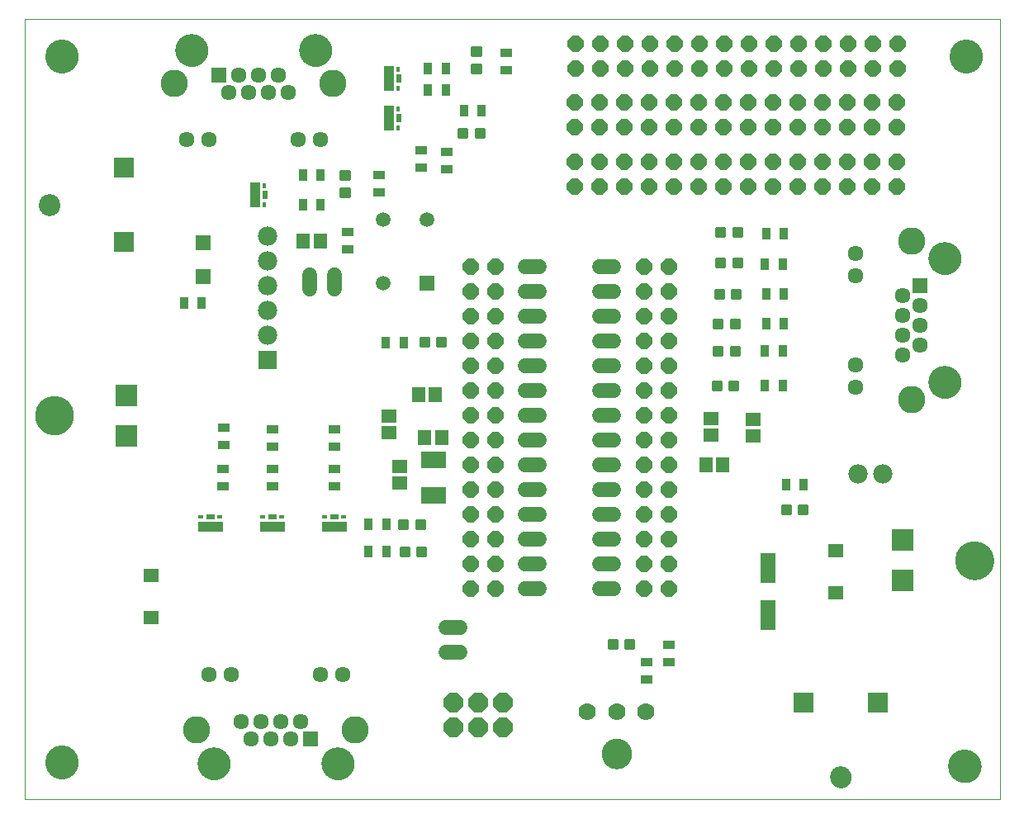
<source format=gts>
G75*
%MOIN*%
%OFA0B0*%
%FSLAX25Y25*%
%IPPOS*%
%LPD*%
%AMOC8*
5,1,8,0,0,1.08239X$1,22.5*
%
%ADD10C,0.00000*%
%ADD11R,0.06306X0.05518*%
%ADD12R,0.05518X0.06306*%
%ADD13R,0.05912X0.12211*%
%ADD14R,0.06187X0.05400*%
%ADD15OC8,0.07800*%
%ADD16OC8,0.06400*%
%ADD17R,0.07800X0.07800*%
%ADD18C,0.07800*%
%ADD19C,0.01301*%
%ADD20R,0.06306X0.06306*%
%ADD21C,0.06000*%
%ADD22R,0.05124X0.03550*%
%ADD23R,0.03550X0.05124*%
%ADD24C,0.13400*%
%ADD25R,0.06337X0.06337*%
%ADD26C,0.06337*%
%ADD27C,0.13195*%
%ADD28C,0.11030*%
%ADD29R,0.04140X0.09849*%
%ADD30R,0.02172X0.03825*%
%ADD31R,0.01778X0.02369*%
%ADD32C,0.05900*%
%ADD33R,0.05900X0.05900*%
%ADD34R,0.09849X0.04140*%
%ADD35R,0.03825X0.02172*%
%ADD36R,0.02369X0.01778*%
%ADD37R,0.09849X0.07093*%
%ADD38C,0.05900*%
%ADD39R,0.08668X0.08668*%
%ADD40C,0.15597*%
%ADD41C,0.08600*%
%ADD42R,0.07900X0.07900*%
%ADD43C,0.07000*%
%ADD44C,0.12211*%
D10*
X0096800Y0066800D02*
X0096800Y0381761D01*
X0490501Y0381761D01*
X0490501Y0066800D01*
X0096800Y0066800D01*
X0105300Y0081800D02*
X0105302Y0081961D01*
X0105308Y0082121D01*
X0105318Y0082282D01*
X0105332Y0082442D01*
X0105350Y0082602D01*
X0105371Y0082761D01*
X0105397Y0082920D01*
X0105427Y0083078D01*
X0105460Y0083235D01*
X0105498Y0083392D01*
X0105539Y0083547D01*
X0105584Y0083701D01*
X0105633Y0083854D01*
X0105686Y0084006D01*
X0105742Y0084157D01*
X0105803Y0084306D01*
X0105866Y0084454D01*
X0105934Y0084600D01*
X0106005Y0084744D01*
X0106079Y0084886D01*
X0106157Y0085027D01*
X0106239Y0085165D01*
X0106324Y0085302D01*
X0106412Y0085436D01*
X0106504Y0085568D01*
X0106599Y0085698D01*
X0106697Y0085826D01*
X0106798Y0085951D01*
X0106902Y0086073D01*
X0107009Y0086193D01*
X0107119Y0086310D01*
X0107232Y0086425D01*
X0107348Y0086536D01*
X0107467Y0086645D01*
X0107588Y0086750D01*
X0107712Y0086853D01*
X0107838Y0086953D01*
X0107966Y0087049D01*
X0108097Y0087142D01*
X0108231Y0087232D01*
X0108366Y0087319D01*
X0108504Y0087402D01*
X0108643Y0087482D01*
X0108785Y0087558D01*
X0108928Y0087631D01*
X0109073Y0087700D01*
X0109220Y0087766D01*
X0109368Y0087828D01*
X0109518Y0087886D01*
X0109669Y0087941D01*
X0109822Y0087992D01*
X0109976Y0088039D01*
X0110131Y0088082D01*
X0110287Y0088121D01*
X0110443Y0088157D01*
X0110601Y0088188D01*
X0110759Y0088216D01*
X0110918Y0088240D01*
X0111078Y0088260D01*
X0111238Y0088276D01*
X0111398Y0088288D01*
X0111559Y0088296D01*
X0111720Y0088300D01*
X0111880Y0088300D01*
X0112041Y0088296D01*
X0112202Y0088288D01*
X0112362Y0088276D01*
X0112522Y0088260D01*
X0112682Y0088240D01*
X0112841Y0088216D01*
X0112999Y0088188D01*
X0113157Y0088157D01*
X0113313Y0088121D01*
X0113469Y0088082D01*
X0113624Y0088039D01*
X0113778Y0087992D01*
X0113931Y0087941D01*
X0114082Y0087886D01*
X0114232Y0087828D01*
X0114380Y0087766D01*
X0114527Y0087700D01*
X0114672Y0087631D01*
X0114815Y0087558D01*
X0114957Y0087482D01*
X0115096Y0087402D01*
X0115234Y0087319D01*
X0115369Y0087232D01*
X0115503Y0087142D01*
X0115634Y0087049D01*
X0115762Y0086953D01*
X0115888Y0086853D01*
X0116012Y0086750D01*
X0116133Y0086645D01*
X0116252Y0086536D01*
X0116368Y0086425D01*
X0116481Y0086310D01*
X0116591Y0086193D01*
X0116698Y0086073D01*
X0116802Y0085951D01*
X0116903Y0085826D01*
X0117001Y0085698D01*
X0117096Y0085568D01*
X0117188Y0085436D01*
X0117276Y0085302D01*
X0117361Y0085165D01*
X0117443Y0085027D01*
X0117521Y0084886D01*
X0117595Y0084744D01*
X0117666Y0084600D01*
X0117734Y0084454D01*
X0117797Y0084306D01*
X0117858Y0084157D01*
X0117914Y0084006D01*
X0117967Y0083854D01*
X0118016Y0083701D01*
X0118061Y0083547D01*
X0118102Y0083392D01*
X0118140Y0083235D01*
X0118173Y0083078D01*
X0118203Y0082920D01*
X0118229Y0082761D01*
X0118250Y0082602D01*
X0118268Y0082442D01*
X0118282Y0082282D01*
X0118292Y0082121D01*
X0118298Y0081961D01*
X0118300Y0081800D01*
X0118298Y0081639D01*
X0118292Y0081479D01*
X0118282Y0081318D01*
X0118268Y0081158D01*
X0118250Y0080998D01*
X0118229Y0080839D01*
X0118203Y0080680D01*
X0118173Y0080522D01*
X0118140Y0080365D01*
X0118102Y0080208D01*
X0118061Y0080053D01*
X0118016Y0079899D01*
X0117967Y0079746D01*
X0117914Y0079594D01*
X0117858Y0079443D01*
X0117797Y0079294D01*
X0117734Y0079146D01*
X0117666Y0079000D01*
X0117595Y0078856D01*
X0117521Y0078714D01*
X0117443Y0078573D01*
X0117361Y0078435D01*
X0117276Y0078298D01*
X0117188Y0078164D01*
X0117096Y0078032D01*
X0117001Y0077902D01*
X0116903Y0077774D01*
X0116802Y0077649D01*
X0116698Y0077527D01*
X0116591Y0077407D01*
X0116481Y0077290D01*
X0116368Y0077175D01*
X0116252Y0077064D01*
X0116133Y0076955D01*
X0116012Y0076850D01*
X0115888Y0076747D01*
X0115762Y0076647D01*
X0115634Y0076551D01*
X0115503Y0076458D01*
X0115369Y0076368D01*
X0115234Y0076281D01*
X0115096Y0076198D01*
X0114957Y0076118D01*
X0114815Y0076042D01*
X0114672Y0075969D01*
X0114527Y0075900D01*
X0114380Y0075834D01*
X0114232Y0075772D01*
X0114082Y0075714D01*
X0113931Y0075659D01*
X0113778Y0075608D01*
X0113624Y0075561D01*
X0113469Y0075518D01*
X0113313Y0075479D01*
X0113157Y0075443D01*
X0112999Y0075412D01*
X0112841Y0075384D01*
X0112682Y0075360D01*
X0112522Y0075340D01*
X0112362Y0075324D01*
X0112202Y0075312D01*
X0112041Y0075304D01*
X0111880Y0075300D01*
X0111720Y0075300D01*
X0111559Y0075304D01*
X0111398Y0075312D01*
X0111238Y0075324D01*
X0111078Y0075340D01*
X0110918Y0075360D01*
X0110759Y0075384D01*
X0110601Y0075412D01*
X0110443Y0075443D01*
X0110287Y0075479D01*
X0110131Y0075518D01*
X0109976Y0075561D01*
X0109822Y0075608D01*
X0109669Y0075659D01*
X0109518Y0075714D01*
X0109368Y0075772D01*
X0109220Y0075834D01*
X0109073Y0075900D01*
X0108928Y0075969D01*
X0108785Y0076042D01*
X0108643Y0076118D01*
X0108504Y0076198D01*
X0108366Y0076281D01*
X0108231Y0076368D01*
X0108097Y0076458D01*
X0107966Y0076551D01*
X0107838Y0076647D01*
X0107712Y0076747D01*
X0107588Y0076850D01*
X0107467Y0076955D01*
X0107348Y0077064D01*
X0107232Y0077175D01*
X0107119Y0077290D01*
X0107009Y0077407D01*
X0106902Y0077527D01*
X0106798Y0077649D01*
X0106697Y0077774D01*
X0106599Y0077902D01*
X0106504Y0078032D01*
X0106412Y0078164D01*
X0106324Y0078298D01*
X0106239Y0078435D01*
X0106157Y0078573D01*
X0106079Y0078714D01*
X0106005Y0078856D01*
X0105934Y0079000D01*
X0105866Y0079146D01*
X0105803Y0079294D01*
X0105742Y0079443D01*
X0105686Y0079594D01*
X0105633Y0079746D01*
X0105584Y0079899D01*
X0105539Y0080053D01*
X0105498Y0080208D01*
X0105460Y0080365D01*
X0105427Y0080522D01*
X0105397Y0080680D01*
X0105371Y0080839D01*
X0105350Y0080998D01*
X0105332Y0081158D01*
X0105318Y0081318D01*
X0105308Y0081479D01*
X0105302Y0081639D01*
X0105300Y0081800D01*
X0166902Y0081300D02*
X0166904Y0081460D01*
X0166910Y0081619D01*
X0166920Y0081778D01*
X0166934Y0081937D01*
X0166952Y0082096D01*
X0166973Y0082254D01*
X0166999Y0082411D01*
X0167029Y0082568D01*
X0167062Y0082724D01*
X0167100Y0082879D01*
X0167141Y0083033D01*
X0167186Y0083186D01*
X0167235Y0083338D01*
X0167288Y0083488D01*
X0167344Y0083637D01*
X0167404Y0083785D01*
X0167468Y0083931D01*
X0167536Y0084076D01*
X0167607Y0084219D01*
X0167681Y0084360D01*
X0167759Y0084499D01*
X0167841Y0084636D01*
X0167926Y0084771D01*
X0168014Y0084904D01*
X0168105Y0085035D01*
X0168200Y0085163D01*
X0168298Y0085289D01*
X0168399Y0085413D01*
X0168503Y0085533D01*
X0168610Y0085652D01*
X0168720Y0085767D01*
X0168833Y0085880D01*
X0168948Y0085990D01*
X0169067Y0086097D01*
X0169187Y0086201D01*
X0169311Y0086302D01*
X0169437Y0086400D01*
X0169565Y0086495D01*
X0169696Y0086586D01*
X0169829Y0086674D01*
X0169964Y0086759D01*
X0170101Y0086841D01*
X0170240Y0086919D01*
X0170381Y0086993D01*
X0170524Y0087064D01*
X0170669Y0087132D01*
X0170815Y0087196D01*
X0170963Y0087256D01*
X0171112Y0087312D01*
X0171262Y0087365D01*
X0171414Y0087414D01*
X0171567Y0087459D01*
X0171721Y0087500D01*
X0171876Y0087538D01*
X0172032Y0087571D01*
X0172189Y0087601D01*
X0172346Y0087627D01*
X0172504Y0087648D01*
X0172663Y0087666D01*
X0172822Y0087680D01*
X0172981Y0087690D01*
X0173140Y0087696D01*
X0173300Y0087698D01*
X0173460Y0087696D01*
X0173619Y0087690D01*
X0173778Y0087680D01*
X0173937Y0087666D01*
X0174096Y0087648D01*
X0174254Y0087627D01*
X0174411Y0087601D01*
X0174568Y0087571D01*
X0174724Y0087538D01*
X0174879Y0087500D01*
X0175033Y0087459D01*
X0175186Y0087414D01*
X0175338Y0087365D01*
X0175488Y0087312D01*
X0175637Y0087256D01*
X0175785Y0087196D01*
X0175931Y0087132D01*
X0176076Y0087064D01*
X0176219Y0086993D01*
X0176360Y0086919D01*
X0176499Y0086841D01*
X0176636Y0086759D01*
X0176771Y0086674D01*
X0176904Y0086586D01*
X0177035Y0086495D01*
X0177163Y0086400D01*
X0177289Y0086302D01*
X0177413Y0086201D01*
X0177533Y0086097D01*
X0177652Y0085990D01*
X0177767Y0085880D01*
X0177880Y0085767D01*
X0177990Y0085652D01*
X0178097Y0085533D01*
X0178201Y0085413D01*
X0178302Y0085289D01*
X0178400Y0085163D01*
X0178495Y0085035D01*
X0178586Y0084904D01*
X0178674Y0084771D01*
X0178759Y0084636D01*
X0178841Y0084499D01*
X0178919Y0084360D01*
X0178993Y0084219D01*
X0179064Y0084076D01*
X0179132Y0083931D01*
X0179196Y0083785D01*
X0179256Y0083637D01*
X0179312Y0083488D01*
X0179365Y0083338D01*
X0179414Y0083186D01*
X0179459Y0083033D01*
X0179500Y0082879D01*
X0179538Y0082724D01*
X0179571Y0082568D01*
X0179601Y0082411D01*
X0179627Y0082254D01*
X0179648Y0082096D01*
X0179666Y0081937D01*
X0179680Y0081778D01*
X0179690Y0081619D01*
X0179696Y0081460D01*
X0179698Y0081300D01*
X0179696Y0081140D01*
X0179690Y0080981D01*
X0179680Y0080822D01*
X0179666Y0080663D01*
X0179648Y0080504D01*
X0179627Y0080346D01*
X0179601Y0080189D01*
X0179571Y0080032D01*
X0179538Y0079876D01*
X0179500Y0079721D01*
X0179459Y0079567D01*
X0179414Y0079414D01*
X0179365Y0079262D01*
X0179312Y0079112D01*
X0179256Y0078963D01*
X0179196Y0078815D01*
X0179132Y0078669D01*
X0179064Y0078524D01*
X0178993Y0078381D01*
X0178919Y0078240D01*
X0178841Y0078101D01*
X0178759Y0077964D01*
X0178674Y0077829D01*
X0178586Y0077696D01*
X0178495Y0077565D01*
X0178400Y0077437D01*
X0178302Y0077311D01*
X0178201Y0077187D01*
X0178097Y0077067D01*
X0177990Y0076948D01*
X0177880Y0076833D01*
X0177767Y0076720D01*
X0177652Y0076610D01*
X0177533Y0076503D01*
X0177413Y0076399D01*
X0177289Y0076298D01*
X0177163Y0076200D01*
X0177035Y0076105D01*
X0176904Y0076014D01*
X0176771Y0075926D01*
X0176636Y0075841D01*
X0176499Y0075759D01*
X0176360Y0075681D01*
X0176219Y0075607D01*
X0176076Y0075536D01*
X0175931Y0075468D01*
X0175785Y0075404D01*
X0175637Y0075344D01*
X0175488Y0075288D01*
X0175338Y0075235D01*
X0175186Y0075186D01*
X0175033Y0075141D01*
X0174879Y0075100D01*
X0174724Y0075062D01*
X0174568Y0075029D01*
X0174411Y0074999D01*
X0174254Y0074973D01*
X0174096Y0074952D01*
X0173937Y0074934D01*
X0173778Y0074920D01*
X0173619Y0074910D01*
X0173460Y0074904D01*
X0173300Y0074902D01*
X0173140Y0074904D01*
X0172981Y0074910D01*
X0172822Y0074920D01*
X0172663Y0074934D01*
X0172504Y0074952D01*
X0172346Y0074973D01*
X0172189Y0074999D01*
X0172032Y0075029D01*
X0171876Y0075062D01*
X0171721Y0075100D01*
X0171567Y0075141D01*
X0171414Y0075186D01*
X0171262Y0075235D01*
X0171112Y0075288D01*
X0170963Y0075344D01*
X0170815Y0075404D01*
X0170669Y0075468D01*
X0170524Y0075536D01*
X0170381Y0075607D01*
X0170240Y0075681D01*
X0170101Y0075759D01*
X0169964Y0075841D01*
X0169829Y0075926D01*
X0169696Y0076014D01*
X0169565Y0076105D01*
X0169437Y0076200D01*
X0169311Y0076298D01*
X0169187Y0076399D01*
X0169067Y0076503D01*
X0168948Y0076610D01*
X0168833Y0076720D01*
X0168720Y0076833D01*
X0168610Y0076948D01*
X0168503Y0077067D01*
X0168399Y0077187D01*
X0168298Y0077311D01*
X0168200Y0077437D01*
X0168105Y0077565D01*
X0168014Y0077696D01*
X0167926Y0077829D01*
X0167841Y0077964D01*
X0167759Y0078101D01*
X0167681Y0078240D01*
X0167607Y0078381D01*
X0167536Y0078524D01*
X0167468Y0078669D01*
X0167404Y0078815D01*
X0167344Y0078963D01*
X0167288Y0079112D01*
X0167235Y0079262D01*
X0167186Y0079414D01*
X0167141Y0079567D01*
X0167100Y0079721D01*
X0167062Y0079876D01*
X0167029Y0080032D01*
X0166999Y0080189D01*
X0166973Y0080346D01*
X0166952Y0080504D01*
X0166934Y0080663D01*
X0166920Y0080822D01*
X0166910Y0080981D01*
X0166904Y0081140D01*
X0166902Y0081300D01*
X0216902Y0081300D02*
X0216904Y0081460D01*
X0216910Y0081619D01*
X0216920Y0081778D01*
X0216934Y0081937D01*
X0216952Y0082096D01*
X0216973Y0082254D01*
X0216999Y0082411D01*
X0217029Y0082568D01*
X0217062Y0082724D01*
X0217100Y0082879D01*
X0217141Y0083033D01*
X0217186Y0083186D01*
X0217235Y0083338D01*
X0217288Y0083488D01*
X0217344Y0083637D01*
X0217404Y0083785D01*
X0217468Y0083931D01*
X0217536Y0084076D01*
X0217607Y0084219D01*
X0217681Y0084360D01*
X0217759Y0084499D01*
X0217841Y0084636D01*
X0217926Y0084771D01*
X0218014Y0084904D01*
X0218105Y0085035D01*
X0218200Y0085163D01*
X0218298Y0085289D01*
X0218399Y0085413D01*
X0218503Y0085533D01*
X0218610Y0085652D01*
X0218720Y0085767D01*
X0218833Y0085880D01*
X0218948Y0085990D01*
X0219067Y0086097D01*
X0219187Y0086201D01*
X0219311Y0086302D01*
X0219437Y0086400D01*
X0219565Y0086495D01*
X0219696Y0086586D01*
X0219829Y0086674D01*
X0219964Y0086759D01*
X0220101Y0086841D01*
X0220240Y0086919D01*
X0220381Y0086993D01*
X0220524Y0087064D01*
X0220669Y0087132D01*
X0220815Y0087196D01*
X0220963Y0087256D01*
X0221112Y0087312D01*
X0221262Y0087365D01*
X0221414Y0087414D01*
X0221567Y0087459D01*
X0221721Y0087500D01*
X0221876Y0087538D01*
X0222032Y0087571D01*
X0222189Y0087601D01*
X0222346Y0087627D01*
X0222504Y0087648D01*
X0222663Y0087666D01*
X0222822Y0087680D01*
X0222981Y0087690D01*
X0223140Y0087696D01*
X0223300Y0087698D01*
X0223460Y0087696D01*
X0223619Y0087690D01*
X0223778Y0087680D01*
X0223937Y0087666D01*
X0224096Y0087648D01*
X0224254Y0087627D01*
X0224411Y0087601D01*
X0224568Y0087571D01*
X0224724Y0087538D01*
X0224879Y0087500D01*
X0225033Y0087459D01*
X0225186Y0087414D01*
X0225338Y0087365D01*
X0225488Y0087312D01*
X0225637Y0087256D01*
X0225785Y0087196D01*
X0225931Y0087132D01*
X0226076Y0087064D01*
X0226219Y0086993D01*
X0226360Y0086919D01*
X0226499Y0086841D01*
X0226636Y0086759D01*
X0226771Y0086674D01*
X0226904Y0086586D01*
X0227035Y0086495D01*
X0227163Y0086400D01*
X0227289Y0086302D01*
X0227413Y0086201D01*
X0227533Y0086097D01*
X0227652Y0085990D01*
X0227767Y0085880D01*
X0227880Y0085767D01*
X0227990Y0085652D01*
X0228097Y0085533D01*
X0228201Y0085413D01*
X0228302Y0085289D01*
X0228400Y0085163D01*
X0228495Y0085035D01*
X0228586Y0084904D01*
X0228674Y0084771D01*
X0228759Y0084636D01*
X0228841Y0084499D01*
X0228919Y0084360D01*
X0228993Y0084219D01*
X0229064Y0084076D01*
X0229132Y0083931D01*
X0229196Y0083785D01*
X0229256Y0083637D01*
X0229312Y0083488D01*
X0229365Y0083338D01*
X0229414Y0083186D01*
X0229459Y0083033D01*
X0229500Y0082879D01*
X0229538Y0082724D01*
X0229571Y0082568D01*
X0229601Y0082411D01*
X0229627Y0082254D01*
X0229648Y0082096D01*
X0229666Y0081937D01*
X0229680Y0081778D01*
X0229690Y0081619D01*
X0229696Y0081460D01*
X0229698Y0081300D01*
X0229696Y0081140D01*
X0229690Y0080981D01*
X0229680Y0080822D01*
X0229666Y0080663D01*
X0229648Y0080504D01*
X0229627Y0080346D01*
X0229601Y0080189D01*
X0229571Y0080032D01*
X0229538Y0079876D01*
X0229500Y0079721D01*
X0229459Y0079567D01*
X0229414Y0079414D01*
X0229365Y0079262D01*
X0229312Y0079112D01*
X0229256Y0078963D01*
X0229196Y0078815D01*
X0229132Y0078669D01*
X0229064Y0078524D01*
X0228993Y0078381D01*
X0228919Y0078240D01*
X0228841Y0078101D01*
X0228759Y0077964D01*
X0228674Y0077829D01*
X0228586Y0077696D01*
X0228495Y0077565D01*
X0228400Y0077437D01*
X0228302Y0077311D01*
X0228201Y0077187D01*
X0228097Y0077067D01*
X0227990Y0076948D01*
X0227880Y0076833D01*
X0227767Y0076720D01*
X0227652Y0076610D01*
X0227533Y0076503D01*
X0227413Y0076399D01*
X0227289Y0076298D01*
X0227163Y0076200D01*
X0227035Y0076105D01*
X0226904Y0076014D01*
X0226771Y0075926D01*
X0226636Y0075841D01*
X0226499Y0075759D01*
X0226360Y0075681D01*
X0226219Y0075607D01*
X0226076Y0075536D01*
X0225931Y0075468D01*
X0225785Y0075404D01*
X0225637Y0075344D01*
X0225488Y0075288D01*
X0225338Y0075235D01*
X0225186Y0075186D01*
X0225033Y0075141D01*
X0224879Y0075100D01*
X0224724Y0075062D01*
X0224568Y0075029D01*
X0224411Y0074999D01*
X0224254Y0074973D01*
X0224096Y0074952D01*
X0223937Y0074934D01*
X0223778Y0074920D01*
X0223619Y0074910D01*
X0223460Y0074904D01*
X0223300Y0074902D01*
X0223140Y0074904D01*
X0222981Y0074910D01*
X0222822Y0074920D01*
X0222663Y0074934D01*
X0222504Y0074952D01*
X0222346Y0074973D01*
X0222189Y0074999D01*
X0222032Y0075029D01*
X0221876Y0075062D01*
X0221721Y0075100D01*
X0221567Y0075141D01*
X0221414Y0075186D01*
X0221262Y0075235D01*
X0221112Y0075288D01*
X0220963Y0075344D01*
X0220815Y0075404D01*
X0220669Y0075468D01*
X0220524Y0075536D01*
X0220381Y0075607D01*
X0220240Y0075681D01*
X0220101Y0075759D01*
X0219964Y0075841D01*
X0219829Y0075926D01*
X0219696Y0076014D01*
X0219565Y0076105D01*
X0219437Y0076200D01*
X0219311Y0076298D01*
X0219187Y0076399D01*
X0219067Y0076503D01*
X0218948Y0076610D01*
X0218833Y0076720D01*
X0218720Y0076833D01*
X0218610Y0076948D01*
X0218503Y0077067D01*
X0218399Y0077187D01*
X0218298Y0077311D01*
X0218200Y0077437D01*
X0218105Y0077565D01*
X0218014Y0077696D01*
X0217926Y0077829D01*
X0217841Y0077964D01*
X0217759Y0078101D01*
X0217681Y0078240D01*
X0217607Y0078381D01*
X0217536Y0078524D01*
X0217468Y0078669D01*
X0217404Y0078815D01*
X0217344Y0078963D01*
X0217288Y0079112D01*
X0217235Y0079262D01*
X0217186Y0079414D01*
X0217141Y0079567D01*
X0217100Y0079721D01*
X0217062Y0079876D01*
X0217029Y0080032D01*
X0216999Y0080189D01*
X0216973Y0080346D01*
X0216952Y0080504D01*
X0216934Y0080663D01*
X0216920Y0080822D01*
X0216910Y0080981D01*
X0216904Y0081140D01*
X0216902Y0081300D01*
X0329894Y0085300D02*
X0329896Y0085453D01*
X0329902Y0085607D01*
X0329912Y0085760D01*
X0329926Y0085912D01*
X0329944Y0086065D01*
X0329966Y0086216D01*
X0329991Y0086367D01*
X0330021Y0086518D01*
X0330055Y0086668D01*
X0330092Y0086816D01*
X0330133Y0086964D01*
X0330178Y0087110D01*
X0330227Y0087256D01*
X0330280Y0087400D01*
X0330336Y0087542D01*
X0330396Y0087683D01*
X0330460Y0087823D01*
X0330527Y0087961D01*
X0330598Y0088097D01*
X0330673Y0088231D01*
X0330750Y0088363D01*
X0330832Y0088493D01*
X0330916Y0088621D01*
X0331004Y0088747D01*
X0331095Y0088870D01*
X0331189Y0088991D01*
X0331287Y0089109D01*
X0331387Y0089225D01*
X0331491Y0089338D01*
X0331597Y0089449D01*
X0331706Y0089557D01*
X0331818Y0089662D01*
X0331932Y0089763D01*
X0332050Y0089862D01*
X0332169Y0089958D01*
X0332291Y0090051D01*
X0332416Y0090140D01*
X0332543Y0090227D01*
X0332672Y0090309D01*
X0332803Y0090389D01*
X0332936Y0090465D01*
X0333071Y0090538D01*
X0333208Y0090607D01*
X0333347Y0090672D01*
X0333487Y0090734D01*
X0333629Y0090792D01*
X0333772Y0090847D01*
X0333917Y0090898D01*
X0334063Y0090945D01*
X0334210Y0090988D01*
X0334358Y0091027D01*
X0334507Y0091063D01*
X0334657Y0091094D01*
X0334808Y0091122D01*
X0334959Y0091146D01*
X0335112Y0091166D01*
X0335264Y0091182D01*
X0335417Y0091194D01*
X0335570Y0091202D01*
X0335723Y0091206D01*
X0335877Y0091206D01*
X0336030Y0091202D01*
X0336183Y0091194D01*
X0336336Y0091182D01*
X0336488Y0091166D01*
X0336641Y0091146D01*
X0336792Y0091122D01*
X0336943Y0091094D01*
X0337093Y0091063D01*
X0337242Y0091027D01*
X0337390Y0090988D01*
X0337537Y0090945D01*
X0337683Y0090898D01*
X0337828Y0090847D01*
X0337971Y0090792D01*
X0338113Y0090734D01*
X0338253Y0090672D01*
X0338392Y0090607D01*
X0338529Y0090538D01*
X0338664Y0090465D01*
X0338797Y0090389D01*
X0338928Y0090309D01*
X0339057Y0090227D01*
X0339184Y0090140D01*
X0339309Y0090051D01*
X0339431Y0089958D01*
X0339550Y0089862D01*
X0339668Y0089763D01*
X0339782Y0089662D01*
X0339894Y0089557D01*
X0340003Y0089449D01*
X0340109Y0089338D01*
X0340213Y0089225D01*
X0340313Y0089109D01*
X0340411Y0088991D01*
X0340505Y0088870D01*
X0340596Y0088747D01*
X0340684Y0088621D01*
X0340768Y0088493D01*
X0340850Y0088363D01*
X0340927Y0088231D01*
X0341002Y0088097D01*
X0341073Y0087961D01*
X0341140Y0087823D01*
X0341204Y0087683D01*
X0341264Y0087542D01*
X0341320Y0087400D01*
X0341373Y0087256D01*
X0341422Y0087110D01*
X0341467Y0086964D01*
X0341508Y0086816D01*
X0341545Y0086668D01*
X0341579Y0086518D01*
X0341609Y0086367D01*
X0341634Y0086216D01*
X0341656Y0086065D01*
X0341674Y0085912D01*
X0341688Y0085760D01*
X0341698Y0085607D01*
X0341704Y0085453D01*
X0341706Y0085300D01*
X0341704Y0085147D01*
X0341698Y0084993D01*
X0341688Y0084840D01*
X0341674Y0084688D01*
X0341656Y0084535D01*
X0341634Y0084384D01*
X0341609Y0084233D01*
X0341579Y0084082D01*
X0341545Y0083932D01*
X0341508Y0083784D01*
X0341467Y0083636D01*
X0341422Y0083490D01*
X0341373Y0083344D01*
X0341320Y0083200D01*
X0341264Y0083058D01*
X0341204Y0082917D01*
X0341140Y0082777D01*
X0341073Y0082639D01*
X0341002Y0082503D01*
X0340927Y0082369D01*
X0340850Y0082237D01*
X0340768Y0082107D01*
X0340684Y0081979D01*
X0340596Y0081853D01*
X0340505Y0081730D01*
X0340411Y0081609D01*
X0340313Y0081491D01*
X0340213Y0081375D01*
X0340109Y0081262D01*
X0340003Y0081151D01*
X0339894Y0081043D01*
X0339782Y0080938D01*
X0339668Y0080837D01*
X0339550Y0080738D01*
X0339431Y0080642D01*
X0339309Y0080549D01*
X0339184Y0080460D01*
X0339057Y0080373D01*
X0338928Y0080291D01*
X0338797Y0080211D01*
X0338664Y0080135D01*
X0338529Y0080062D01*
X0338392Y0079993D01*
X0338253Y0079928D01*
X0338113Y0079866D01*
X0337971Y0079808D01*
X0337828Y0079753D01*
X0337683Y0079702D01*
X0337537Y0079655D01*
X0337390Y0079612D01*
X0337242Y0079573D01*
X0337093Y0079537D01*
X0336943Y0079506D01*
X0336792Y0079478D01*
X0336641Y0079454D01*
X0336488Y0079434D01*
X0336336Y0079418D01*
X0336183Y0079406D01*
X0336030Y0079398D01*
X0335877Y0079394D01*
X0335723Y0079394D01*
X0335570Y0079398D01*
X0335417Y0079406D01*
X0335264Y0079418D01*
X0335112Y0079434D01*
X0334959Y0079454D01*
X0334808Y0079478D01*
X0334657Y0079506D01*
X0334507Y0079537D01*
X0334358Y0079573D01*
X0334210Y0079612D01*
X0334063Y0079655D01*
X0333917Y0079702D01*
X0333772Y0079753D01*
X0333629Y0079808D01*
X0333487Y0079866D01*
X0333347Y0079928D01*
X0333208Y0079993D01*
X0333071Y0080062D01*
X0332936Y0080135D01*
X0332803Y0080211D01*
X0332672Y0080291D01*
X0332543Y0080373D01*
X0332416Y0080460D01*
X0332291Y0080549D01*
X0332169Y0080642D01*
X0332050Y0080738D01*
X0331932Y0080837D01*
X0331818Y0080938D01*
X0331706Y0081043D01*
X0331597Y0081151D01*
X0331491Y0081262D01*
X0331387Y0081375D01*
X0331287Y0081491D01*
X0331189Y0081609D01*
X0331095Y0081730D01*
X0331004Y0081853D01*
X0330916Y0081979D01*
X0330832Y0082107D01*
X0330750Y0082237D01*
X0330673Y0082369D01*
X0330598Y0082503D01*
X0330527Y0082639D01*
X0330460Y0082777D01*
X0330396Y0082917D01*
X0330336Y0083058D01*
X0330280Y0083200D01*
X0330227Y0083344D01*
X0330178Y0083490D01*
X0330133Y0083636D01*
X0330092Y0083784D01*
X0330055Y0083932D01*
X0330021Y0084082D01*
X0329991Y0084233D01*
X0329966Y0084384D01*
X0329944Y0084535D01*
X0329926Y0084688D01*
X0329912Y0084840D01*
X0329902Y0084993D01*
X0329896Y0085147D01*
X0329894Y0085300D01*
X0422200Y0075800D02*
X0422202Y0075928D01*
X0422208Y0076055D01*
X0422218Y0076182D01*
X0422232Y0076309D01*
X0422249Y0076435D01*
X0422271Y0076561D01*
X0422297Y0076686D01*
X0422326Y0076810D01*
X0422360Y0076933D01*
X0422397Y0077055D01*
X0422438Y0077176D01*
X0422482Y0077295D01*
X0422531Y0077413D01*
X0422583Y0077530D01*
X0422638Y0077644D01*
X0422697Y0077757D01*
X0422760Y0077868D01*
X0422826Y0077977D01*
X0422895Y0078084D01*
X0422968Y0078189D01*
X0423044Y0078292D01*
X0423123Y0078392D01*
X0423205Y0078489D01*
X0423290Y0078584D01*
X0423378Y0078677D01*
X0423469Y0078766D01*
X0423563Y0078853D01*
X0423659Y0078936D01*
X0423758Y0079017D01*
X0423859Y0079094D01*
X0423963Y0079169D01*
X0424069Y0079240D01*
X0424177Y0079307D01*
X0424287Y0079372D01*
X0424399Y0079433D01*
X0424513Y0079490D01*
X0424628Y0079544D01*
X0424746Y0079594D01*
X0424864Y0079640D01*
X0424985Y0079683D01*
X0425106Y0079722D01*
X0425229Y0079758D01*
X0425352Y0079789D01*
X0425477Y0079816D01*
X0425602Y0079840D01*
X0425728Y0079860D01*
X0425855Y0079876D01*
X0425981Y0079888D01*
X0426109Y0079896D01*
X0426236Y0079900D01*
X0426364Y0079900D01*
X0426491Y0079896D01*
X0426619Y0079888D01*
X0426745Y0079876D01*
X0426872Y0079860D01*
X0426998Y0079840D01*
X0427123Y0079816D01*
X0427248Y0079789D01*
X0427371Y0079758D01*
X0427494Y0079722D01*
X0427615Y0079683D01*
X0427736Y0079640D01*
X0427854Y0079594D01*
X0427972Y0079544D01*
X0428087Y0079490D01*
X0428201Y0079433D01*
X0428313Y0079372D01*
X0428423Y0079307D01*
X0428531Y0079240D01*
X0428637Y0079169D01*
X0428741Y0079094D01*
X0428842Y0079017D01*
X0428941Y0078936D01*
X0429037Y0078853D01*
X0429131Y0078766D01*
X0429222Y0078677D01*
X0429310Y0078584D01*
X0429395Y0078489D01*
X0429477Y0078392D01*
X0429556Y0078292D01*
X0429632Y0078189D01*
X0429705Y0078084D01*
X0429774Y0077977D01*
X0429840Y0077868D01*
X0429903Y0077757D01*
X0429962Y0077644D01*
X0430017Y0077530D01*
X0430069Y0077413D01*
X0430118Y0077295D01*
X0430162Y0077176D01*
X0430203Y0077055D01*
X0430240Y0076933D01*
X0430274Y0076810D01*
X0430303Y0076686D01*
X0430329Y0076561D01*
X0430351Y0076435D01*
X0430368Y0076309D01*
X0430382Y0076182D01*
X0430392Y0076055D01*
X0430398Y0075928D01*
X0430400Y0075800D01*
X0430398Y0075672D01*
X0430392Y0075545D01*
X0430382Y0075418D01*
X0430368Y0075291D01*
X0430351Y0075165D01*
X0430329Y0075039D01*
X0430303Y0074914D01*
X0430274Y0074790D01*
X0430240Y0074667D01*
X0430203Y0074545D01*
X0430162Y0074424D01*
X0430118Y0074305D01*
X0430069Y0074187D01*
X0430017Y0074070D01*
X0429962Y0073956D01*
X0429903Y0073843D01*
X0429840Y0073732D01*
X0429774Y0073623D01*
X0429705Y0073516D01*
X0429632Y0073411D01*
X0429556Y0073308D01*
X0429477Y0073208D01*
X0429395Y0073111D01*
X0429310Y0073016D01*
X0429222Y0072923D01*
X0429131Y0072834D01*
X0429037Y0072747D01*
X0428941Y0072664D01*
X0428842Y0072583D01*
X0428741Y0072506D01*
X0428637Y0072431D01*
X0428531Y0072360D01*
X0428423Y0072293D01*
X0428313Y0072228D01*
X0428201Y0072167D01*
X0428087Y0072110D01*
X0427972Y0072056D01*
X0427854Y0072006D01*
X0427736Y0071960D01*
X0427615Y0071917D01*
X0427494Y0071878D01*
X0427371Y0071842D01*
X0427248Y0071811D01*
X0427123Y0071784D01*
X0426998Y0071760D01*
X0426872Y0071740D01*
X0426745Y0071724D01*
X0426619Y0071712D01*
X0426491Y0071704D01*
X0426364Y0071700D01*
X0426236Y0071700D01*
X0426109Y0071704D01*
X0425981Y0071712D01*
X0425855Y0071724D01*
X0425728Y0071740D01*
X0425602Y0071760D01*
X0425477Y0071784D01*
X0425352Y0071811D01*
X0425229Y0071842D01*
X0425106Y0071878D01*
X0424985Y0071917D01*
X0424864Y0071960D01*
X0424746Y0072006D01*
X0424628Y0072056D01*
X0424513Y0072110D01*
X0424399Y0072167D01*
X0424287Y0072228D01*
X0424177Y0072293D01*
X0424069Y0072360D01*
X0423963Y0072431D01*
X0423859Y0072506D01*
X0423758Y0072583D01*
X0423659Y0072664D01*
X0423563Y0072747D01*
X0423469Y0072834D01*
X0423378Y0072923D01*
X0423290Y0073016D01*
X0423205Y0073111D01*
X0423123Y0073208D01*
X0423044Y0073308D01*
X0422968Y0073411D01*
X0422895Y0073516D01*
X0422826Y0073623D01*
X0422760Y0073732D01*
X0422697Y0073843D01*
X0422638Y0073956D01*
X0422583Y0074070D01*
X0422531Y0074187D01*
X0422482Y0074305D01*
X0422438Y0074424D01*
X0422397Y0074545D01*
X0422360Y0074667D01*
X0422326Y0074790D01*
X0422297Y0074914D01*
X0422271Y0075039D01*
X0422249Y0075165D01*
X0422232Y0075291D01*
X0422218Y0075418D01*
X0422208Y0075545D01*
X0422202Y0075672D01*
X0422200Y0075800D01*
X0469800Y0080300D02*
X0469802Y0080461D01*
X0469808Y0080621D01*
X0469818Y0080782D01*
X0469832Y0080942D01*
X0469850Y0081102D01*
X0469871Y0081261D01*
X0469897Y0081420D01*
X0469927Y0081578D01*
X0469960Y0081735D01*
X0469998Y0081892D01*
X0470039Y0082047D01*
X0470084Y0082201D01*
X0470133Y0082354D01*
X0470186Y0082506D01*
X0470242Y0082657D01*
X0470303Y0082806D01*
X0470366Y0082954D01*
X0470434Y0083100D01*
X0470505Y0083244D01*
X0470579Y0083386D01*
X0470657Y0083527D01*
X0470739Y0083665D01*
X0470824Y0083802D01*
X0470912Y0083936D01*
X0471004Y0084068D01*
X0471099Y0084198D01*
X0471197Y0084326D01*
X0471298Y0084451D01*
X0471402Y0084573D01*
X0471509Y0084693D01*
X0471619Y0084810D01*
X0471732Y0084925D01*
X0471848Y0085036D01*
X0471967Y0085145D01*
X0472088Y0085250D01*
X0472212Y0085353D01*
X0472338Y0085453D01*
X0472466Y0085549D01*
X0472597Y0085642D01*
X0472731Y0085732D01*
X0472866Y0085819D01*
X0473004Y0085902D01*
X0473143Y0085982D01*
X0473285Y0086058D01*
X0473428Y0086131D01*
X0473573Y0086200D01*
X0473720Y0086266D01*
X0473868Y0086328D01*
X0474018Y0086386D01*
X0474169Y0086441D01*
X0474322Y0086492D01*
X0474476Y0086539D01*
X0474631Y0086582D01*
X0474787Y0086621D01*
X0474943Y0086657D01*
X0475101Y0086688D01*
X0475259Y0086716D01*
X0475418Y0086740D01*
X0475578Y0086760D01*
X0475738Y0086776D01*
X0475898Y0086788D01*
X0476059Y0086796D01*
X0476220Y0086800D01*
X0476380Y0086800D01*
X0476541Y0086796D01*
X0476702Y0086788D01*
X0476862Y0086776D01*
X0477022Y0086760D01*
X0477182Y0086740D01*
X0477341Y0086716D01*
X0477499Y0086688D01*
X0477657Y0086657D01*
X0477813Y0086621D01*
X0477969Y0086582D01*
X0478124Y0086539D01*
X0478278Y0086492D01*
X0478431Y0086441D01*
X0478582Y0086386D01*
X0478732Y0086328D01*
X0478880Y0086266D01*
X0479027Y0086200D01*
X0479172Y0086131D01*
X0479315Y0086058D01*
X0479457Y0085982D01*
X0479596Y0085902D01*
X0479734Y0085819D01*
X0479869Y0085732D01*
X0480003Y0085642D01*
X0480134Y0085549D01*
X0480262Y0085453D01*
X0480388Y0085353D01*
X0480512Y0085250D01*
X0480633Y0085145D01*
X0480752Y0085036D01*
X0480868Y0084925D01*
X0480981Y0084810D01*
X0481091Y0084693D01*
X0481198Y0084573D01*
X0481302Y0084451D01*
X0481403Y0084326D01*
X0481501Y0084198D01*
X0481596Y0084068D01*
X0481688Y0083936D01*
X0481776Y0083802D01*
X0481861Y0083665D01*
X0481943Y0083527D01*
X0482021Y0083386D01*
X0482095Y0083244D01*
X0482166Y0083100D01*
X0482234Y0082954D01*
X0482297Y0082806D01*
X0482358Y0082657D01*
X0482414Y0082506D01*
X0482467Y0082354D01*
X0482516Y0082201D01*
X0482561Y0082047D01*
X0482602Y0081892D01*
X0482640Y0081735D01*
X0482673Y0081578D01*
X0482703Y0081420D01*
X0482729Y0081261D01*
X0482750Y0081102D01*
X0482768Y0080942D01*
X0482782Y0080782D01*
X0482792Y0080621D01*
X0482798Y0080461D01*
X0482800Y0080300D01*
X0482798Y0080139D01*
X0482792Y0079979D01*
X0482782Y0079818D01*
X0482768Y0079658D01*
X0482750Y0079498D01*
X0482729Y0079339D01*
X0482703Y0079180D01*
X0482673Y0079022D01*
X0482640Y0078865D01*
X0482602Y0078708D01*
X0482561Y0078553D01*
X0482516Y0078399D01*
X0482467Y0078246D01*
X0482414Y0078094D01*
X0482358Y0077943D01*
X0482297Y0077794D01*
X0482234Y0077646D01*
X0482166Y0077500D01*
X0482095Y0077356D01*
X0482021Y0077214D01*
X0481943Y0077073D01*
X0481861Y0076935D01*
X0481776Y0076798D01*
X0481688Y0076664D01*
X0481596Y0076532D01*
X0481501Y0076402D01*
X0481403Y0076274D01*
X0481302Y0076149D01*
X0481198Y0076027D01*
X0481091Y0075907D01*
X0480981Y0075790D01*
X0480868Y0075675D01*
X0480752Y0075564D01*
X0480633Y0075455D01*
X0480512Y0075350D01*
X0480388Y0075247D01*
X0480262Y0075147D01*
X0480134Y0075051D01*
X0480003Y0074958D01*
X0479869Y0074868D01*
X0479734Y0074781D01*
X0479596Y0074698D01*
X0479457Y0074618D01*
X0479315Y0074542D01*
X0479172Y0074469D01*
X0479027Y0074400D01*
X0478880Y0074334D01*
X0478732Y0074272D01*
X0478582Y0074214D01*
X0478431Y0074159D01*
X0478278Y0074108D01*
X0478124Y0074061D01*
X0477969Y0074018D01*
X0477813Y0073979D01*
X0477657Y0073943D01*
X0477499Y0073912D01*
X0477341Y0073884D01*
X0477182Y0073860D01*
X0477022Y0073840D01*
X0476862Y0073824D01*
X0476702Y0073812D01*
X0476541Y0073804D01*
X0476380Y0073800D01*
X0476220Y0073800D01*
X0476059Y0073804D01*
X0475898Y0073812D01*
X0475738Y0073824D01*
X0475578Y0073840D01*
X0475418Y0073860D01*
X0475259Y0073884D01*
X0475101Y0073912D01*
X0474943Y0073943D01*
X0474787Y0073979D01*
X0474631Y0074018D01*
X0474476Y0074061D01*
X0474322Y0074108D01*
X0474169Y0074159D01*
X0474018Y0074214D01*
X0473868Y0074272D01*
X0473720Y0074334D01*
X0473573Y0074400D01*
X0473428Y0074469D01*
X0473285Y0074542D01*
X0473143Y0074618D01*
X0473004Y0074698D01*
X0472866Y0074781D01*
X0472731Y0074868D01*
X0472597Y0074958D01*
X0472466Y0075051D01*
X0472338Y0075147D01*
X0472212Y0075247D01*
X0472088Y0075350D01*
X0471967Y0075455D01*
X0471848Y0075564D01*
X0471732Y0075675D01*
X0471619Y0075790D01*
X0471509Y0075907D01*
X0471402Y0076027D01*
X0471298Y0076149D01*
X0471197Y0076274D01*
X0471099Y0076402D01*
X0471004Y0076532D01*
X0470912Y0076664D01*
X0470824Y0076798D01*
X0470739Y0076935D01*
X0470657Y0077073D01*
X0470579Y0077214D01*
X0470505Y0077356D01*
X0470434Y0077500D01*
X0470366Y0077646D01*
X0470303Y0077794D01*
X0470242Y0077943D01*
X0470186Y0078094D01*
X0470133Y0078246D01*
X0470084Y0078399D01*
X0470039Y0078553D01*
X0469998Y0078708D01*
X0469960Y0078865D01*
X0469927Y0079022D01*
X0469897Y0079180D01*
X0469871Y0079339D01*
X0469850Y0079498D01*
X0469832Y0079658D01*
X0469818Y0079818D01*
X0469808Y0079979D01*
X0469802Y0080139D01*
X0469800Y0080300D01*
X0472694Y0163300D02*
X0472696Y0163486D01*
X0472703Y0163673D01*
X0472715Y0163859D01*
X0472731Y0164045D01*
X0472751Y0164230D01*
X0472776Y0164415D01*
X0472806Y0164599D01*
X0472840Y0164782D01*
X0472879Y0164965D01*
X0472922Y0165146D01*
X0472969Y0165326D01*
X0473021Y0165506D01*
X0473077Y0165683D01*
X0473138Y0165860D01*
X0473203Y0166034D01*
X0473272Y0166208D01*
X0473346Y0166379D01*
X0473423Y0166549D01*
X0473505Y0166716D01*
X0473591Y0166882D01*
X0473681Y0167045D01*
X0473775Y0167206D01*
X0473873Y0167365D01*
X0473974Y0167521D01*
X0474080Y0167675D01*
X0474189Y0167826D01*
X0474302Y0167975D01*
X0474419Y0168120D01*
X0474539Y0168263D01*
X0474662Y0168403D01*
X0474789Y0168539D01*
X0474919Y0168673D01*
X0475053Y0168803D01*
X0475189Y0168930D01*
X0475329Y0169053D01*
X0475472Y0169173D01*
X0475617Y0169290D01*
X0475766Y0169403D01*
X0475917Y0169512D01*
X0476071Y0169618D01*
X0476227Y0169719D01*
X0476386Y0169817D01*
X0476547Y0169911D01*
X0476710Y0170001D01*
X0476876Y0170087D01*
X0477043Y0170169D01*
X0477213Y0170246D01*
X0477384Y0170320D01*
X0477558Y0170389D01*
X0477732Y0170454D01*
X0477909Y0170515D01*
X0478086Y0170571D01*
X0478266Y0170623D01*
X0478446Y0170670D01*
X0478627Y0170713D01*
X0478810Y0170752D01*
X0478993Y0170786D01*
X0479177Y0170816D01*
X0479362Y0170841D01*
X0479547Y0170861D01*
X0479733Y0170877D01*
X0479919Y0170889D01*
X0480106Y0170896D01*
X0480292Y0170898D01*
X0480478Y0170896D01*
X0480665Y0170889D01*
X0480851Y0170877D01*
X0481037Y0170861D01*
X0481222Y0170841D01*
X0481407Y0170816D01*
X0481591Y0170786D01*
X0481774Y0170752D01*
X0481957Y0170713D01*
X0482138Y0170670D01*
X0482318Y0170623D01*
X0482498Y0170571D01*
X0482675Y0170515D01*
X0482852Y0170454D01*
X0483026Y0170389D01*
X0483200Y0170320D01*
X0483371Y0170246D01*
X0483541Y0170169D01*
X0483708Y0170087D01*
X0483874Y0170001D01*
X0484037Y0169911D01*
X0484198Y0169817D01*
X0484357Y0169719D01*
X0484513Y0169618D01*
X0484667Y0169512D01*
X0484818Y0169403D01*
X0484967Y0169290D01*
X0485112Y0169173D01*
X0485255Y0169053D01*
X0485395Y0168930D01*
X0485531Y0168803D01*
X0485665Y0168673D01*
X0485795Y0168539D01*
X0485922Y0168403D01*
X0486045Y0168263D01*
X0486165Y0168120D01*
X0486282Y0167975D01*
X0486395Y0167826D01*
X0486504Y0167675D01*
X0486610Y0167521D01*
X0486711Y0167365D01*
X0486809Y0167206D01*
X0486903Y0167045D01*
X0486993Y0166882D01*
X0487079Y0166716D01*
X0487161Y0166549D01*
X0487238Y0166379D01*
X0487312Y0166208D01*
X0487381Y0166034D01*
X0487446Y0165860D01*
X0487507Y0165683D01*
X0487563Y0165506D01*
X0487615Y0165326D01*
X0487662Y0165146D01*
X0487705Y0164965D01*
X0487744Y0164782D01*
X0487778Y0164599D01*
X0487808Y0164415D01*
X0487833Y0164230D01*
X0487853Y0164045D01*
X0487869Y0163859D01*
X0487881Y0163673D01*
X0487888Y0163486D01*
X0487890Y0163300D01*
X0487888Y0163114D01*
X0487881Y0162927D01*
X0487869Y0162741D01*
X0487853Y0162555D01*
X0487833Y0162370D01*
X0487808Y0162185D01*
X0487778Y0162001D01*
X0487744Y0161818D01*
X0487705Y0161635D01*
X0487662Y0161454D01*
X0487615Y0161274D01*
X0487563Y0161094D01*
X0487507Y0160917D01*
X0487446Y0160740D01*
X0487381Y0160566D01*
X0487312Y0160392D01*
X0487238Y0160221D01*
X0487161Y0160051D01*
X0487079Y0159884D01*
X0486993Y0159718D01*
X0486903Y0159555D01*
X0486809Y0159394D01*
X0486711Y0159235D01*
X0486610Y0159079D01*
X0486504Y0158925D01*
X0486395Y0158774D01*
X0486282Y0158625D01*
X0486165Y0158480D01*
X0486045Y0158337D01*
X0485922Y0158197D01*
X0485795Y0158061D01*
X0485665Y0157927D01*
X0485531Y0157797D01*
X0485395Y0157670D01*
X0485255Y0157547D01*
X0485112Y0157427D01*
X0484967Y0157310D01*
X0484818Y0157197D01*
X0484667Y0157088D01*
X0484513Y0156982D01*
X0484357Y0156881D01*
X0484198Y0156783D01*
X0484037Y0156689D01*
X0483874Y0156599D01*
X0483708Y0156513D01*
X0483541Y0156431D01*
X0483371Y0156354D01*
X0483200Y0156280D01*
X0483026Y0156211D01*
X0482852Y0156146D01*
X0482675Y0156085D01*
X0482498Y0156029D01*
X0482318Y0155977D01*
X0482138Y0155930D01*
X0481957Y0155887D01*
X0481774Y0155848D01*
X0481591Y0155814D01*
X0481407Y0155784D01*
X0481222Y0155759D01*
X0481037Y0155739D01*
X0480851Y0155723D01*
X0480665Y0155711D01*
X0480478Y0155704D01*
X0480292Y0155702D01*
X0480106Y0155704D01*
X0479919Y0155711D01*
X0479733Y0155723D01*
X0479547Y0155739D01*
X0479362Y0155759D01*
X0479177Y0155784D01*
X0478993Y0155814D01*
X0478810Y0155848D01*
X0478627Y0155887D01*
X0478446Y0155930D01*
X0478266Y0155977D01*
X0478086Y0156029D01*
X0477909Y0156085D01*
X0477732Y0156146D01*
X0477558Y0156211D01*
X0477384Y0156280D01*
X0477213Y0156354D01*
X0477043Y0156431D01*
X0476876Y0156513D01*
X0476710Y0156599D01*
X0476547Y0156689D01*
X0476386Y0156783D01*
X0476227Y0156881D01*
X0476071Y0156982D01*
X0475917Y0157088D01*
X0475766Y0157197D01*
X0475617Y0157310D01*
X0475472Y0157427D01*
X0475329Y0157547D01*
X0475189Y0157670D01*
X0475053Y0157797D01*
X0474919Y0157927D01*
X0474789Y0158061D01*
X0474662Y0158197D01*
X0474539Y0158337D01*
X0474419Y0158480D01*
X0474302Y0158625D01*
X0474189Y0158774D01*
X0474080Y0158925D01*
X0473974Y0159079D01*
X0473873Y0159235D01*
X0473775Y0159394D01*
X0473681Y0159555D01*
X0473591Y0159718D01*
X0473505Y0159884D01*
X0473423Y0160051D01*
X0473346Y0160221D01*
X0473272Y0160392D01*
X0473203Y0160566D01*
X0473138Y0160740D01*
X0473077Y0160917D01*
X0473021Y0161094D01*
X0472969Y0161274D01*
X0472922Y0161454D01*
X0472879Y0161635D01*
X0472840Y0161818D01*
X0472806Y0162001D01*
X0472776Y0162185D01*
X0472751Y0162370D01*
X0472731Y0162555D01*
X0472715Y0162741D01*
X0472703Y0162927D01*
X0472696Y0163114D01*
X0472694Y0163300D01*
X0461902Y0235300D02*
X0461904Y0235460D01*
X0461910Y0235619D01*
X0461920Y0235778D01*
X0461934Y0235937D01*
X0461952Y0236096D01*
X0461973Y0236254D01*
X0461999Y0236411D01*
X0462029Y0236568D01*
X0462062Y0236724D01*
X0462100Y0236879D01*
X0462141Y0237033D01*
X0462186Y0237186D01*
X0462235Y0237338D01*
X0462288Y0237488D01*
X0462344Y0237637D01*
X0462404Y0237785D01*
X0462468Y0237931D01*
X0462536Y0238076D01*
X0462607Y0238219D01*
X0462681Y0238360D01*
X0462759Y0238499D01*
X0462841Y0238636D01*
X0462926Y0238771D01*
X0463014Y0238904D01*
X0463105Y0239035D01*
X0463200Y0239163D01*
X0463298Y0239289D01*
X0463399Y0239413D01*
X0463503Y0239533D01*
X0463610Y0239652D01*
X0463720Y0239767D01*
X0463833Y0239880D01*
X0463948Y0239990D01*
X0464067Y0240097D01*
X0464187Y0240201D01*
X0464311Y0240302D01*
X0464437Y0240400D01*
X0464565Y0240495D01*
X0464696Y0240586D01*
X0464829Y0240674D01*
X0464964Y0240759D01*
X0465101Y0240841D01*
X0465240Y0240919D01*
X0465381Y0240993D01*
X0465524Y0241064D01*
X0465669Y0241132D01*
X0465815Y0241196D01*
X0465963Y0241256D01*
X0466112Y0241312D01*
X0466262Y0241365D01*
X0466414Y0241414D01*
X0466567Y0241459D01*
X0466721Y0241500D01*
X0466876Y0241538D01*
X0467032Y0241571D01*
X0467189Y0241601D01*
X0467346Y0241627D01*
X0467504Y0241648D01*
X0467663Y0241666D01*
X0467822Y0241680D01*
X0467981Y0241690D01*
X0468140Y0241696D01*
X0468300Y0241698D01*
X0468460Y0241696D01*
X0468619Y0241690D01*
X0468778Y0241680D01*
X0468937Y0241666D01*
X0469096Y0241648D01*
X0469254Y0241627D01*
X0469411Y0241601D01*
X0469568Y0241571D01*
X0469724Y0241538D01*
X0469879Y0241500D01*
X0470033Y0241459D01*
X0470186Y0241414D01*
X0470338Y0241365D01*
X0470488Y0241312D01*
X0470637Y0241256D01*
X0470785Y0241196D01*
X0470931Y0241132D01*
X0471076Y0241064D01*
X0471219Y0240993D01*
X0471360Y0240919D01*
X0471499Y0240841D01*
X0471636Y0240759D01*
X0471771Y0240674D01*
X0471904Y0240586D01*
X0472035Y0240495D01*
X0472163Y0240400D01*
X0472289Y0240302D01*
X0472413Y0240201D01*
X0472533Y0240097D01*
X0472652Y0239990D01*
X0472767Y0239880D01*
X0472880Y0239767D01*
X0472990Y0239652D01*
X0473097Y0239533D01*
X0473201Y0239413D01*
X0473302Y0239289D01*
X0473400Y0239163D01*
X0473495Y0239035D01*
X0473586Y0238904D01*
X0473674Y0238771D01*
X0473759Y0238636D01*
X0473841Y0238499D01*
X0473919Y0238360D01*
X0473993Y0238219D01*
X0474064Y0238076D01*
X0474132Y0237931D01*
X0474196Y0237785D01*
X0474256Y0237637D01*
X0474312Y0237488D01*
X0474365Y0237338D01*
X0474414Y0237186D01*
X0474459Y0237033D01*
X0474500Y0236879D01*
X0474538Y0236724D01*
X0474571Y0236568D01*
X0474601Y0236411D01*
X0474627Y0236254D01*
X0474648Y0236096D01*
X0474666Y0235937D01*
X0474680Y0235778D01*
X0474690Y0235619D01*
X0474696Y0235460D01*
X0474698Y0235300D01*
X0474696Y0235140D01*
X0474690Y0234981D01*
X0474680Y0234822D01*
X0474666Y0234663D01*
X0474648Y0234504D01*
X0474627Y0234346D01*
X0474601Y0234189D01*
X0474571Y0234032D01*
X0474538Y0233876D01*
X0474500Y0233721D01*
X0474459Y0233567D01*
X0474414Y0233414D01*
X0474365Y0233262D01*
X0474312Y0233112D01*
X0474256Y0232963D01*
X0474196Y0232815D01*
X0474132Y0232669D01*
X0474064Y0232524D01*
X0473993Y0232381D01*
X0473919Y0232240D01*
X0473841Y0232101D01*
X0473759Y0231964D01*
X0473674Y0231829D01*
X0473586Y0231696D01*
X0473495Y0231565D01*
X0473400Y0231437D01*
X0473302Y0231311D01*
X0473201Y0231187D01*
X0473097Y0231067D01*
X0472990Y0230948D01*
X0472880Y0230833D01*
X0472767Y0230720D01*
X0472652Y0230610D01*
X0472533Y0230503D01*
X0472413Y0230399D01*
X0472289Y0230298D01*
X0472163Y0230200D01*
X0472035Y0230105D01*
X0471904Y0230014D01*
X0471771Y0229926D01*
X0471636Y0229841D01*
X0471499Y0229759D01*
X0471360Y0229681D01*
X0471219Y0229607D01*
X0471076Y0229536D01*
X0470931Y0229468D01*
X0470785Y0229404D01*
X0470637Y0229344D01*
X0470488Y0229288D01*
X0470338Y0229235D01*
X0470186Y0229186D01*
X0470033Y0229141D01*
X0469879Y0229100D01*
X0469724Y0229062D01*
X0469568Y0229029D01*
X0469411Y0228999D01*
X0469254Y0228973D01*
X0469096Y0228952D01*
X0468937Y0228934D01*
X0468778Y0228920D01*
X0468619Y0228910D01*
X0468460Y0228904D01*
X0468300Y0228902D01*
X0468140Y0228904D01*
X0467981Y0228910D01*
X0467822Y0228920D01*
X0467663Y0228934D01*
X0467504Y0228952D01*
X0467346Y0228973D01*
X0467189Y0228999D01*
X0467032Y0229029D01*
X0466876Y0229062D01*
X0466721Y0229100D01*
X0466567Y0229141D01*
X0466414Y0229186D01*
X0466262Y0229235D01*
X0466112Y0229288D01*
X0465963Y0229344D01*
X0465815Y0229404D01*
X0465669Y0229468D01*
X0465524Y0229536D01*
X0465381Y0229607D01*
X0465240Y0229681D01*
X0465101Y0229759D01*
X0464964Y0229841D01*
X0464829Y0229926D01*
X0464696Y0230014D01*
X0464565Y0230105D01*
X0464437Y0230200D01*
X0464311Y0230298D01*
X0464187Y0230399D01*
X0464067Y0230503D01*
X0463948Y0230610D01*
X0463833Y0230720D01*
X0463720Y0230833D01*
X0463610Y0230948D01*
X0463503Y0231067D01*
X0463399Y0231187D01*
X0463298Y0231311D01*
X0463200Y0231437D01*
X0463105Y0231565D01*
X0463014Y0231696D01*
X0462926Y0231829D01*
X0462841Y0231964D01*
X0462759Y0232101D01*
X0462681Y0232240D01*
X0462607Y0232381D01*
X0462536Y0232524D01*
X0462468Y0232669D01*
X0462404Y0232815D01*
X0462344Y0232963D01*
X0462288Y0233112D01*
X0462235Y0233262D01*
X0462186Y0233414D01*
X0462141Y0233567D01*
X0462100Y0233721D01*
X0462062Y0233876D01*
X0462029Y0234032D01*
X0461999Y0234189D01*
X0461973Y0234346D01*
X0461952Y0234504D01*
X0461934Y0234663D01*
X0461920Y0234822D01*
X0461910Y0234981D01*
X0461904Y0235140D01*
X0461902Y0235300D01*
X0461902Y0285300D02*
X0461904Y0285460D01*
X0461910Y0285619D01*
X0461920Y0285778D01*
X0461934Y0285937D01*
X0461952Y0286096D01*
X0461973Y0286254D01*
X0461999Y0286411D01*
X0462029Y0286568D01*
X0462062Y0286724D01*
X0462100Y0286879D01*
X0462141Y0287033D01*
X0462186Y0287186D01*
X0462235Y0287338D01*
X0462288Y0287488D01*
X0462344Y0287637D01*
X0462404Y0287785D01*
X0462468Y0287931D01*
X0462536Y0288076D01*
X0462607Y0288219D01*
X0462681Y0288360D01*
X0462759Y0288499D01*
X0462841Y0288636D01*
X0462926Y0288771D01*
X0463014Y0288904D01*
X0463105Y0289035D01*
X0463200Y0289163D01*
X0463298Y0289289D01*
X0463399Y0289413D01*
X0463503Y0289533D01*
X0463610Y0289652D01*
X0463720Y0289767D01*
X0463833Y0289880D01*
X0463948Y0289990D01*
X0464067Y0290097D01*
X0464187Y0290201D01*
X0464311Y0290302D01*
X0464437Y0290400D01*
X0464565Y0290495D01*
X0464696Y0290586D01*
X0464829Y0290674D01*
X0464964Y0290759D01*
X0465101Y0290841D01*
X0465240Y0290919D01*
X0465381Y0290993D01*
X0465524Y0291064D01*
X0465669Y0291132D01*
X0465815Y0291196D01*
X0465963Y0291256D01*
X0466112Y0291312D01*
X0466262Y0291365D01*
X0466414Y0291414D01*
X0466567Y0291459D01*
X0466721Y0291500D01*
X0466876Y0291538D01*
X0467032Y0291571D01*
X0467189Y0291601D01*
X0467346Y0291627D01*
X0467504Y0291648D01*
X0467663Y0291666D01*
X0467822Y0291680D01*
X0467981Y0291690D01*
X0468140Y0291696D01*
X0468300Y0291698D01*
X0468460Y0291696D01*
X0468619Y0291690D01*
X0468778Y0291680D01*
X0468937Y0291666D01*
X0469096Y0291648D01*
X0469254Y0291627D01*
X0469411Y0291601D01*
X0469568Y0291571D01*
X0469724Y0291538D01*
X0469879Y0291500D01*
X0470033Y0291459D01*
X0470186Y0291414D01*
X0470338Y0291365D01*
X0470488Y0291312D01*
X0470637Y0291256D01*
X0470785Y0291196D01*
X0470931Y0291132D01*
X0471076Y0291064D01*
X0471219Y0290993D01*
X0471360Y0290919D01*
X0471499Y0290841D01*
X0471636Y0290759D01*
X0471771Y0290674D01*
X0471904Y0290586D01*
X0472035Y0290495D01*
X0472163Y0290400D01*
X0472289Y0290302D01*
X0472413Y0290201D01*
X0472533Y0290097D01*
X0472652Y0289990D01*
X0472767Y0289880D01*
X0472880Y0289767D01*
X0472990Y0289652D01*
X0473097Y0289533D01*
X0473201Y0289413D01*
X0473302Y0289289D01*
X0473400Y0289163D01*
X0473495Y0289035D01*
X0473586Y0288904D01*
X0473674Y0288771D01*
X0473759Y0288636D01*
X0473841Y0288499D01*
X0473919Y0288360D01*
X0473993Y0288219D01*
X0474064Y0288076D01*
X0474132Y0287931D01*
X0474196Y0287785D01*
X0474256Y0287637D01*
X0474312Y0287488D01*
X0474365Y0287338D01*
X0474414Y0287186D01*
X0474459Y0287033D01*
X0474500Y0286879D01*
X0474538Y0286724D01*
X0474571Y0286568D01*
X0474601Y0286411D01*
X0474627Y0286254D01*
X0474648Y0286096D01*
X0474666Y0285937D01*
X0474680Y0285778D01*
X0474690Y0285619D01*
X0474696Y0285460D01*
X0474698Y0285300D01*
X0474696Y0285140D01*
X0474690Y0284981D01*
X0474680Y0284822D01*
X0474666Y0284663D01*
X0474648Y0284504D01*
X0474627Y0284346D01*
X0474601Y0284189D01*
X0474571Y0284032D01*
X0474538Y0283876D01*
X0474500Y0283721D01*
X0474459Y0283567D01*
X0474414Y0283414D01*
X0474365Y0283262D01*
X0474312Y0283112D01*
X0474256Y0282963D01*
X0474196Y0282815D01*
X0474132Y0282669D01*
X0474064Y0282524D01*
X0473993Y0282381D01*
X0473919Y0282240D01*
X0473841Y0282101D01*
X0473759Y0281964D01*
X0473674Y0281829D01*
X0473586Y0281696D01*
X0473495Y0281565D01*
X0473400Y0281437D01*
X0473302Y0281311D01*
X0473201Y0281187D01*
X0473097Y0281067D01*
X0472990Y0280948D01*
X0472880Y0280833D01*
X0472767Y0280720D01*
X0472652Y0280610D01*
X0472533Y0280503D01*
X0472413Y0280399D01*
X0472289Y0280298D01*
X0472163Y0280200D01*
X0472035Y0280105D01*
X0471904Y0280014D01*
X0471771Y0279926D01*
X0471636Y0279841D01*
X0471499Y0279759D01*
X0471360Y0279681D01*
X0471219Y0279607D01*
X0471076Y0279536D01*
X0470931Y0279468D01*
X0470785Y0279404D01*
X0470637Y0279344D01*
X0470488Y0279288D01*
X0470338Y0279235D01*
X0470186Y0279186D01*
X0470033Y0279141D01*
X0469879Y0279100D01*
X0469724Y0279062D01*
X0469568Y0279029D01*
X0469411Y0278999D01*
X0469254Y0278973D01*
X0469096Y0278952D01*
X0468937Y0278934D01*
X0468778Y0278920D01*
X0468619Y0278910D01*
X0468460Y0278904D01*
X0468300Y0278902D01*
X0468140Y0278904D01*
X0467981Y0278910D01*
X0467822Y0278920D01*
X0467663Y0278934D01*
X0467504Y0278952D01*
X0467346Y0278973D01*
X0467189Y0278999D01*
X0467032Y0279029D01*
X0466876Y0279062D01*
X0466721Y0279100D01*
X0466567Y0279141D01*
X0466414Y0279186D01*
X0466262Y0279235D01*
X0466112Y0279288D01*
X0465963Y0279344D01*
X0465815Y0279404D01*
X0465669Y0279468D01*
X0465524Y0279536D01*
X0465381Y0279607D01*
X0465240Y0279681D01*
X0465101Y0279759D01*
X0464964Y0279841D01*
X0464829Y0279926D01*
X0464696Y0280014D01*
X0464565Y0280105D01*
X0464437Y0280200D01*
X0464311Y0280298D01*
X0464187Y0280399D01*
X0464067Y0280503D01*
X0463948Y0280610D01*
X0463833Y0280720D01*
X0463720Y0280833D01*
X0463610Y0280948D01*
X0463503Y0281067D01*
X0463399Y0281187D01*
X0463298Y0281311D01*
X0463200Y0281437D01*
X0463105Y0281565D01*
X0463014Y0281696D01*
X0462926Y0281829D01*
X0462841Y0281964D01*
X0462759Y0282101D01*
X0462681Y0282240D01*
X0462607Y0282381D01*
X0462536Y0282524D01*
X0462468Y0282669D01*
X0462404Y0282815D01*
X0462344Y0282963D01*
X0462288Y0283112D01*
X0462235Y0283262D01*
X0462186Y0283414D01*
X0462141Y0283567D01*
X0462100Y0283721D01*
X0462062Y0283876D01*
X0462029Y0284032D01*
X0461999Y0284189D01*
X0461973Y0284346D01*
X0461952Y0284504D01*
X0461934Y0284663D01*
X0461920Y0284822D01*
X0461910Y0284981D01*
X0461904Y0285140D01*
X0461902Y0285300D01*
X0470300Y0366800D02*
X0470302Y0366961D01*
X0470308Y0367121D01*
X0470318Y0367282D01*
X0470332Y0367442D01*
X0470350Y0367602D01*
X0470371Y0367761D01*
X0470397Y0367920D01*
X0470427Y0368078D01*
X0470460Y0368235D01*
X0470498Y0368392D01*
X0470539Y0368547D01*
X0470584Y0368701D01*
X0470633Y0368854D01*
X0470686Y0369006D01*
X0470742Y0369157D01*
X0470803Y0369306D01*
X0470866Y0369454D01*
X0470934Y0369600D01*
X0471005Y0369744D01*
X0471079Y0369886D01*
X0471157Y0370027D01*
X0471239Y0370165D01*
X0471324Y0370302D01*
X0471412Y0370436D01*
X0471504Y0370568D01*
X0471599Y0370698D01*
X0471697Y0370826D01*
X0471798Y0370951D01*
X0471902Y0371073D01*
X0472009Y0371193D01*
X0472119Y0371310D01*
X0472232Y0371425D01*
X0472348Y0371536D01*
X0472467Y0371645D01*
X0472588Y0371750D01*
X0472712Y0371853D01*
X0472838Y0371953D01*
X0472966Y0372049D01*
X0473097Y0372142D01*
X0473231Y0372232D01*
X0473366Y0372319D01*
X0473504Y0372402D01*
X0473643Y0372482D01*
X0473785Y0372558D01*
X0473928Y0372631D01*
X0474073Y0372700D01*
X0474220Y0372766D01*
X0474368Y0372828D01*
X0474518Y0372886D01*
X0474669Y0372941D01*
X0474822Y0372992D01*
X0474976Y0373039D01*
X0475131Y0373082D01*
X0475287Y0373121D01*
X0475443Y0373157D01*
X0475601Y0373188D01*
X0475759Y0373216D01*
X0475918Y0373240D01*
X0476078Y0373260D01*
X0476238Y0373276D01*
X0476398Y0373288D01*
X0476559Y0373296D01*
X0476720Y0373300D01*
X0476880Y0373300D01*
X0477041Y0373296D01*
X0477202Y0373288D01*
X0477362Y0373276D01*
X0477522Y0373260D01*
X0477682Y0373240D01*
X0477841Y0373216D01*
X0477999Y0373188D01*
X0478157Y0373157D01*
X0478313Y0373121D01*
X0478469Y0373082D01*
X0478624Y0373039D01*
X0478778Y0372992D01*
X0478931Y0372941D01*
X0479082Y0372886D01*
X0479232Y0372828D01*
X0479380Y0372766D01*
X0479527Y0372700D01*
X0479672Y0372631D01*
X0479815Y0372558D01*
X0479957Y0372482D01*
X0480096Y0372402D01*
X0480234Y0372319D01*
X0480369Y0372232D01*
X0480503Y0372142D01*
X0480634Y0372049D01*
X0480762Y0371953D01*
X0480888Y0371853D01*
X0481012Y0371750D01*
X0481133Y0371645D01*
X0481252Y0371536D01*
X0481368Y0371425D01*
X0481481Y0371310D01*
X0481591Y0371193D01*
X0481698Y0371073D01*
X0481802Y0370951D01*
X0481903Y0370826D01*
X0482001Y0370698D01*
X0482096Y0370568D01*
X0482188Y0370436D01*
X0482276Y0370302D01*
X0482361Y0370165D01*
X0482443Y0370027D01*
X0482521Y0369886D01*
X0482595Y0369744D01*
X0482666Y0369600D01*
X0482734Y0369454D01*
X0482797Y0369306D01*
X0482858Y0369157D01*
X0482914Y0369006D01*
X0482967Y0368854D01*
X0483016Y0368701D01*
X0483061Y0368547D01*
X0483102Y0368392D01*
X0483140Y0368235D01*
X0483173Y0368078D01*
X0483203Y0367920D01*
X0483229Y0367761D01*
X0483250Y0367602D01*
X0483268Y0367442D01*
X0483282Y0367282D01*
X0483292Y0367121D01*
X0483298Y0366961D01*
X0483300Y0366800D01*
X0483298Y0366639D01*
X0483292Y0366479D01*
X0483282Y0366318D01*
X0483268Y0366158D01*
X0483250Y0365998D01*
X0483229Y0365839D01*
X0483203Y0365680D01*
X0483173Y0365522D01*
X0483140Y0365365D01*
X0483102Y0365208D01*
X0483061Y0365053D01*
X0483016Y0364899D01*
X0482967Y0364746D01*
X0482914Y0364594D01*
X0482858Y0364443D01*
X0482797Y0364294D01*
X0482734Y0364146D01*
X0482666Y0364000D01*
X0482595Y0363856D01*
X0482521Y0363714D01*
X0482443Y0363573D01*
X0482361Y0363435D01*
X0482276Y0363298D01*
X0482188Y0363164D01*
X0482096Y0363032D01*
X0482001Y0362902D01*
X0481903Y0362774D01*
X0481802Y0362649D01*
X0481698Y0362527D01*
X0481591Y0362407D01*
X0481481Y0362290D01*
X0481368Y0362175D01*
X0481252Y0362064D01*
X0481133Y0361955D01*
X0481012Y0361850D01*
X0480888Y0361747D01*
X0480762Y0361647D01*
X0480634Y0361551D01*
X0480503Y0361458D01*
X0480369Y0361368D01*
X0480234Y0361281D01*
X0480096Y0361198D01*
X0479957Y0361118D01*
X0479815Y0361042D01*
X0479672Y0360969D01*
X0479527Y0360900D01*
X0479380Y0360834D01*
X0479232Y0360772D01*
X0479082Y0360714D01*
X0478931Y0360659D01*
X0478778Y0360608D01*
X0478624Y0360561D01*
X0478469Y0360518D01*
X0478313Y0360479D01*
X0478157Y0360443D01*
X0477999Y0360412D01*
X0477841Y0360384D01*
X0477682Y0360360D01*
X0477522Y0360340D01*
X0477362Y0360324D01*
X0477202Y0360312D01*
X0477041Y0360304D01*
X0476880Y0360300D01*
X0476720Y0360300D01*
X0476559Y0360304D01*
X0476398Y0360312D01*
X0476238Y0360324D01*
X0476078Y0360340D01*
X0475918Y0360360D01*
X0475759Y0360384D01*
X0475601Y0360412D01*
X0475443Y0360443D01*
X0475287Y0360479D01*
X0475131Y0360518D01*
X0474976Y0360561D01*
X0474822Y0360608D01*
X0474669Y0360659D01*
X0474518Y0360714D01*
X0474368Y0360772D01*
X0474220Y0360834D01*
X0474073Y0360900D01*
X0473928Y0360969D01*
X0473785Y0361042D01*
X0473643Y0361118D01*
X0473504Y0361198D01*
X0473366Y0361281D01*
X0473231Y0361368D01*
X0473097Y0361458D01*
X0472966Y0361551D01*
X0472838Y0361647D01*
X0472712Y0361747D01*
X0472588Y0361850D01*
X0472467Y0361955D01*
X0472348Y0362064D01*
X0472232Y0362175D01*
X0472119Y0362290D01*
X0472009Y0362407D01*
X0471902Y0362527D01*
X0471798Y0362649D01*
X0471697Y0362774D01*
X0471599Y0362902D01*
X0471504Y0363032D01*
X0471412Y0363164D01*
X0471324Y0363298D01*
X0471239Y0363435D01*
X0471157Y0363573D01*
X0471079Y0363714D01*
X0471005Y0363856D01*
X0470934Y0364000D01*
X0470866Y0364146D01*
X0470803Y0364294D01*
X0470742Y0364443D01*
X0470686Y0364594D01*
X0470633Y0364746D01*
X0470584Y0364899D01*
X0470539Y0365053D01*
X0470498Y0365208D01*
X0470460Y0365365D01*
X0470427Y0365522D01*
X0470397Y0365680D01*
X0470371Y0365839D01*
X0470350Y0365998D01*
X0470332Y0366158D01*
X0470318Y0366318D01*
X0470308Y0366479D01*
X0470302Y0366639D01*
X0470300Y0366800D01*
X0207902Y0369300D02*
X0207904Y0369460D01*
X0207910Y0369619D01*
X0207920Y0369778D01*
X0207934Y0369937D01*
X0207952Y0370096D01*
X0207973Y0370254D01*
X0207999Y0370411D01*
X0208029Y0370568D01*
X0208062Y0370724D01*
X0208100Y0370879D01*
X0208141Y0371033D01*
X0208186Y0371186D01*
X0208235Y0371338D01*
X0208288Y0371488D01*
X0208344Y0371637D01*
X0208404Y0371785D01*
X0208468Y0371931D01*
X0208536Y0372076D01*
X0208607Y0372219D01*
X0208681Y0372360D01*
X0208759Y0372499D01*
X0208841Y0372636D01*
X0208926Y0372771D01*
X0209014Y0372904D01*
X0209105Y0373035D01*
X0209200Y0373163D01*
X0209298Y0373289D01*
X0209399Y0373413D01*
X0209503Y0373533D01*
X0209610Y0373652D01*
X0209720Y0373767D01*
X0209833Y0373880D01*
X0209948Y0373990D01*
X0210067Y0374097D01*
X0210187Y0374201D01*
X0210311Y0374302D01*
X0210437Y0374400D01*
X0210565Y0374495D01*
X0210696Y0374586D01*
X0210829Y0374674D01*
X0210964Y0374759D01*
X0211101Y0374841D01*
X0211240Y0374919D01*
X0211381Y0374993D01*
X0211524Y0375064D01*
X0211669Y0375132D01*
X0211815Y0375196D01*
X0211963Y0375256D01*
X0212112Y0375312D01*
X0212262Y0375365D01*
X0212414Y0375414D01*
X0212567Y0375459D01*
X0212721Y0375500D01*
X0212876Y0375538D01*
X0213032Y0375571D01*
X0213189Y0375601D01*
X0213346Y0375627D01*
X0213504Y0375648D01*
X0213663Y0375666D01*
X0213822Y0375680D01*
X0213981Y0375690D01*
X0214140Y0375696D01*
X0214300Y0375698D01*
X0214460Y0375696D01*
X0214619Y0375690D01*
X0214778Y0375680D01*
X0214937Y0375666D01*
X0215096Y0375648D01*
X0215254Y0375627D01*
X0215411Y0375601D01*
X0215568Y0375571D01*
X0215724Y0375538D01*
X0215879Y0375500D01*
X0216033Y0375459D01*
X0216186Y0375414D01*
X0216338Y0375365D01*
X0216488Y0375312D01*
X0216637Y0375256D01*
X0216785Y0375196D01*
X0216931Y0375132D01*
X0217076Y0375064D01*
X0217219Y0374993D01*
X0217360Y0374919D01*
X0217499Y0374841D01*
X0217636Y0374759D01*
X0217771Y0374674D01*
X0217904Y0374586D01*
X0218035Y0374495D01*
X0218163Y0374400D01*
X0218289Y0374302D01*
X0218413Y0374201D01*
X0218533Y0374097D01*
X0218652Y0373990D01*
X0218767Y0373880D01*
X0218880Y0373767D01*
X0218990Y0373652D01*
X0219097Y0373533D01*
X0219201Y0373413D01*
X0219302Y0373289D01*
X0219400Y0373163D01*
X0219495Y0373035D01*
X0219586Y0372904D01*
X0219674Y0372771D01*
X0219759Y0372636D01*
X0219841Y0372499D01*
X0219919Y0372360D01*
X0219993Y0372219D01*
X0220064Y0372076D01*
X0220132Y0371931D01*
X0220196Y0371785D01*
X0220256Y0371637D01*
X0220312Y0371488D01*
X0220365Y0371338D01*
X0220414Y0371186D01*
X0220459Y0371033D01*
X0220500Y0370879D01*
X0220538Y0370724D01*
X0220571Y0370568D01*
X0220601Y0370411D01*
X0220627Y0370254D01*
X0220648Y0370096D01*
X0220666Y0369937D01*
X0220680Y0369778D01*
X0220690Y0369619D01*
X0220696Y0369460D01*
X0220698Y0369300D01*
X0220696Y0369140D01*
X0220690Y0368981D01*
X0220680Y0368822D01*
X0220666Y0368663D01*
X0220648Y0368504D01*
X0220627Y0368346D01*
X0220601Y0368189D01*
X0220571Y0368032D01*
X0220538Y0367876D01*
X0220500Y0367721D01*
X0220459Y0367567D01*
X0220414Y0367414D01*
X0220365Y0367262D01*
X0220312Y0367112D01*
X0220256Y0366963D01*
X0220196Y0366815D01*
X0220132Y0366669D01*
X0220064Y0366524D01*
X0219993Y0366381D01*
X0219919Y0366240D01*
X0219841Y0366101D01*
X0219759Y0365964D01*
X0219674Y0365829D01*
X0219586Y0365696D01*
X0219495Y0365565D01*
X0219400Y0365437D01*
X0219302Y0365311D01*
X0219201Y0365187D01*
X0219097Y0365067D01*
X0218990Y0364948D01*
X0218880Y0364833D01*
X0218767Y0364720D01*
X0218652Y0364610D01*
X0218533Y0364503D01*
X0218413Y0364399D01*
X0218289Y0364298D01*
X0218163Y0364200D01*
X0218035Y0364105D01*
X0217904Y0364014D01*
X0217771Y0363926D01*
X0217636Y0363841D01*
X0217499Y0363759D01*
X0217360Y0363681D01*
X0217219Y0363607D01*
X0217076Y0363536D01*
X0216931Y0363468D01*
X0216785Y0363404D01*
X0216637Y0363344D01*
X0216488Y0363288D01*
X0216338Y0363235D01*
X0216186Y0363186D01*
X0216033Y0363141D01*
X0215879Y0363100D01*
X0215724Y0363062D01*
X0215568Y0363029D01*
X0215411Y0362999D01*
X0215254Y0362973D01*
X0215096Y0362952D01*
X0214937Y0362934D01*
X0214778Y0362920D01*
X0214619Y0362910D01*
X0214460Y0362904D01*
X0214300Y0362902D01*
X0214140Y0362904D01*
X0213981Y0362910D01*
X0213822Y0362920D01*
X0213663Y0362934D01*
X0213504Y0362952D01*
X0213346Y0362973D01*
X0213189Y0362999D01*
X0213032Y0363029D01*
X0212876Y0363062D01*
X0212721Y0363100D01*
X0212567Y0363141D01*
X0212414Y0363186D01*
X0212262Y0363235D01*
X0212112Y0363288D01*
X0211963Y0363344D01*
X0211815Y0363404D01*
X0211669Y0363468D01*
X0211524Y0363536D01*
X0211381Y0363607D01*
X0211240Y0363681D01*
X0211101Y0363759D01*
X0210964Y0363841D01*
X0210829Y0363926D01*
X0210696Y0364014D01*
X0210565Y0364105D01*
X0210437Y0364200D01*
X0210311Y0364298D01*
X0210187Y0364399D01*
X0210067Y0364503D01*
X0209948Y0364610D01*
X0209833Y0364720D01*
X0209720Y0364833D01*
X0209610Y0364948D01*
X0209503Y0365067D01*
X0209399Y0365187D01*
X0209298Y0365311D01*
X0209200Y0365437D01*
X0209105Y0365565D01*
X0209014Y0365696D01*
X0208926Y0365829D01*
X0208841Y0365964D01*
X0208759Y0366101D01*
X0208681Y0366240D01*
X0208607Y0366381D01*
X0208536Y0366524D01*
X0208468Y0366669D01*
X0208404Y0366815D01*
X0208344Y0366963D01*
X0208288Y0367112D01*
X0208235Y0367262D01*
X0208186Y0367414D01*
X0208141Y0367567D01*
X0208100Y0367721D01*
X0208062Y0367876D01*
X0208029Y0368032D01*
X0207999Y0368189D01*
X0207973Y0368346D01*
X0207952Y0368504D01*
X0207934Y0368663D01*
X0207920Y0368822D01*
X0207910Y0368981D01*
X0207904Y0369140D01*
X0207902Y0369300D01*
X0157902Y0369300D02*
X0157904Y0369460D01*
X0157910Y0369619D01*
X0157920Y0369778D01*
X0157934Y0369937D01*
X0157952Y0370096D01*
X0157973Y0370254D01*
X0157999Y0370411D01*
X0158029Y0370568D01*
X0158062Y0370724D01*
X0158100Y0370879D01*
X0158141Y0371033D01*
X0158186Y0371186D01*
X0158235Y0371338D01*
X0158288Y0371488D01*
X0158344Y0371637D01*
X0158404Y0371785D01*
X0158468Y0371931D01*
X0158536Y0372076D01*
X0158607Y0372219D01*
X0158681Y0372360D01*
X0158759Y0372499D01*
X0158841Y0372636D01*
X0158926Y0372771D01*
X0159014Y0372904D01*
X0159105Y0373035D01*
X0159200Y0373163D01*
X0159298Y0373289D01*
X0159399Y0373413D01*
X0159503Y0373533D01*
X0159610Y0373652D01*
X0159720Y0373767D01*
X0159833Y0373880D01*
X0159948Y0373990D01*
X0160067Y0374097D01*
X0160187Y0374201D01*
X0160311Y0374302D01*
X0160437Y0374400D01*
X0160565Y0374495D01*
X0160696Y0374586D01*
X0160829Y0374674D01*
X0160964Y0374759D01*
X0161101Y0374841D01*
X0161240Y0374919D01*
X0161381Y0374993D01*
X0161524Y0375064D01*
X0161669Y0375132D01*
X0161815Y0375196D01*
X0161963Y0375256D01*
X0162112Y0375312D01*
X0162262Y0375365D01*
X0162414Y0375414D01*
X0162567Y0375459D01*
X0162721Y0375500D01*
X0162876Y0375538D01*
X0163032Y0375571D01*
X0163189Y0375601D01*
X0163346Y0375627D01*
X0163504Y0375648D01*
X0163663Y0375666D01*
X0163822Y0375680D01*
X0163981Y0375690D01*
X0164140Y0375696D01*
X0164300Y0375698D01*
X0164460Y0375696D01*
X0164619Y0375690D01*
X0164778Y0375680D01*
X0164937Y0375666D01*
X0165096Y0375648D01*
X0165254Y0375627D01*
X0165411Y0375601D01*
X0165568Y0375571D01*
X0165724Y0375538D01*
X0165879Y0375500D01*
X0166033Y0375459D01*
X0166186Y0375414D01*
X0166338Y0375365D01*
X0166488Y0375312D01*
X0166637Y0375256D01*
X0166785Y0375196D01*
X0166931Y0375132D01*
X0167076Y0375064D01*
X0167219Y0374993D01*
X0167360Y0374919D01*
X0167499Y0374841D01*
X0167636Y0374759D01*
X0167771Y0374674D01*
X0167904Y0374586D01*
X0168035Y0374495D01*
X0168163Y0374400D01*
X0168289Y0374302D01*
X0168413Y0374201D01*
X0168533Y0374097D01*
X0168652Y0373990D01*
X0168767Y0373880D01*
X0168880Y0373767D01*
X0168990Y0373652D01*
X0169097Y0373533D01*
X0169201Y0373413D01*
X0169302Y0373289D01*
X0169400Y0373163D01*
X0169495Y0373035D01*
X0169586Y0372904D01*
X0169674Y0372771D01*
X0169759Y0372636D01*
X0169841Y0372499D01*
X0169919Y0372360D01*
X0169993Y0372219D01*
X0170064Y0372076D01*
X0170132Y0371931D01*
X0170196Y0371785D01*
X0170256Y0371637D01*
X0170312Y0371488D01*
X0170365Y0371338D01*
X0170414Y0371186D01*
X0170459Y0371033D01*
X0170500Y0370879D01*
X0170538Y0370724D01*
X0170571Y0370568D01*
X0170601Y0370411D01*
X0170627Y0370254D01*
X0170648Y0370096D01*
X0170666Y0369937D01*
X0170680Y0369778D01*
X0170690Y0369619D01*
X0170696Y0369460D01*
X0170698Y0369300D01*
X0170696Y0369140D01*
X0170690Y0368981D01*
X0170680Y0368822D01*
X0170666Y0368663D01*
X0170648Y0368504D01*
X0170627Y0368346D01*
X0170601Y0368189D01*
X0170571Y0368032D01*
X0170538Y0367876D01*
X0170500Y0367721D01*
X0170459Y0367567D01*
X0170414Y0367414D01*
X0170365Y0367262D01*
X0170312Y0367112D01*
X0170256Y0366963D01*
X0170196Y0366815D01*
X0170132Y0366669D01*
X0170064Y0366524D01*
X0169993Y0366381D01*
X0169919Y0366240D01*
X0169841Y0366101D01*
X0169759Y0365964D01*
X0169674Y0365829D01*
X0169586Y0365696D01*
X0169495Y0365565D01*
X0169400Y0365437D01*
X0169302Y0365311D01*
X0169201Y0365187D01*
X0169097Y0365067D01*
X0168990Y0364948D01*
X0168880Y0364833D01*
X0168767Y0364720D01*
X0168652Y0364610D01*
X0168533Y0364503D01*
X0168413Y0364399D01*
X0168289Y0364298D01*
X0168163Y0364200D01*
X0168035Y0364105D01*
X0167904Y0364014D01*
X0167771Y0363926D01*
X0167636Y0363841D01*
X0167499Y0363759D01*
X0167360Y0363681D01*
X0167219Y0363607D01*
X0167076Y0363536D01*
X0166931Y0363468D01*
X0166785Y0363404D01*
X0166637Y0363344D01*
X0166488Y0363288D01*
X0166338Y0363235D01*
X0166186Y0363186D01*
X0166033Y0363141D01*
X0165879Y0363100D01*
X0165724Y0363062D01*
X0165568Y0363029D01*
X0165411Y0362999D01*
X0165254Y0362973D01*
X0165096Y0362952D01*
X0164937Y0362934D01*
X0164778Y0362920D01*
X0164619Y0362910D01*
X0164460Y0362904D01*
X0164300Y0362902D01*
X0164140Y0362904D01*
X0163981Y0362910D01*
X0163822Y0362920D01*
X0163663Y0362934D01*
X0163504Y0362952D01*
X0163346Y0362973D01*
X0163189Y0362999D01*
X0163032Y0363029D01*
X0162876Y0363062D01*
X0162721Y0363100D01*
X0162567Y0363141D01*
X0162414Y0363186D01*
X0162262Y0363235D01*
X0162112Y0363288D01*
X0161963Y0363344D01*
X0161815Y0363404D01*
X0161669Y0363468D01*
X0161524Y0363536D01*
X0161381Y0363607D01*
X0161240Y0363681D01*
X0161101Y0363759D01*
X0160964Y0363841D01*
X0160829Y0363926D01*
X0160696Y0364014D01*
X0160565Y0364105D01*
X0160437Y0364200D01*
X0160311Y0364298D01*
X0160187Y0364399D01*
X0160067Y0364503D01*
X0159948Y0364610D01*
X0159833Y0364720D01*
X0159720Y0364833D01*
X0159610Y0364948D01*
X0159503Y0365067D01*
X0159399Y0365187D01*
X0159298Y0365311D01*
X0159200Y0365437D01*
X0159105Y0365565D01*
X0159014Y0365696D01*
X0158926Y0365829D01*
X0158841Y0365964D01*
X0158759Y0366101D01*
X0158681Y0366240D01*
X0158607Y0366381D01*
X0158536Y0366524D01*
X0158468Y0366669D01*
X0158404Y0366815D01*
X0158344Y0366963D01*
X0158288Y0367112D01*
X0158235Y0367262D01*
X0158186Y0367414D01*
X0158141Y0367567D01*
X0158100Y0367721D01*
X0158062Y0367876D01*
X0158029Y0368032D01*
X0157999Y0368189D01*
X0157973Y0368346D01*
X0157952Y0368504D01*
X0157934Y0368663D01*
X0157920Y0368822D01*
X0157910Y0368981D01*
X0157904Y0369140D01*
X0157902Y0369300D01*
X0105300Y0366800D02*
X0105302Y0366961D01*
X0105308Y0367121D01*
X0105318Y0367282D01*
X0105332Y0367442D01*
X0105350Y0367602D01*
X0105371Y0367761D01*
X0105397Y0367920D01*
X0105427Y0368078D01*
X0105460Y0368235D01*
X0105498Y0368392D01*
X0105539Y0368547D01*
X0105584Y0368701D01*
X0105633Y0368854D01*
X0105686Y0369006D01*
X0105742Y0369157D01*
X0105803Y0369306D01*
X0105866Y0369454D01*
X0105934Y0369600D01*
X0106005Y0369744D01*
X0106079Y0369886D01*
X0106157Y0370027D01*
X0106239Y0370165D01*
X0106324Y0370302D01*
X0106412Y0370436D01*
X0106504Y0370568D01*
X0106599Y0370698D01*
X0106697Y0370826D01*
X0106798Y0370951D01*
X0106902Y0371073D01*
X0107009Y0371193D01*
X0107119Y0371310D01*
X0107232Y0371425D01*
X0107348Y0371536D01*
X0107467Y0371645D01*
X0107588Y0371750D01*
X0107712Y0371853D01*
X0107838Y0371953D01*
X0107966Y0372049D01*
X0108097Y0372142D01*
X0108231Y0372232D01*
X0108366Y0372319D01*
X0108504Y0372402D01*
X0108643Y0372482D01*
X0108785Y0372558D01*
X0108928Y0372631D01*
X0109073Y0372700D01*
X0109220Y0372766D01*
X0109368Y0372828D01*
X0109518Y0372886D01*
X0109669Y0372941D01*
X0109822Y0372992D01*
X0109976Y0373039D01*
X0110131Y0373082D01*
X0110287Y0373121D01*
X0110443Y0373157D01*
X0110601Y0373188D01*
X0110759Y0373216D01*
X0110918Y0373240D01*
X0111078Y0373260D01*
X0111238Y0373276D01*
X0111398Y0373288D01*
X0111559Y0373296D01*
X0111720Y0373300D01*
X0111880Y0373300D01*
X0112041Y0373296D01*
X0112202Y0373288D01*
X0112362Y0373276D01*
X0112522Y0373260D01*
X0112682Y0373240D01*
X0112841Y0373216D01*
X0112999Y0373188D01*
X0113157Y0373157D01*
X0113313Y0373121D01*
X0113469Y0373082D01*
X0113624Y0373039D01*
X0113778Y0372992D01*
X0113931Y0372941D01*
X0114082Y0372886D01*
X0114232Y0372828D01*
X0114380Y0372766D01*
X0114527Y0372700D01*
X0114672Y0372631D01*
X0114815Y0372558D01*
X0114957Y0372482D01*
X0115096Y0372402D01*
X0115234Y0372319D01*
X0115369Y0372232D01*
X0115503Y0372142D01*
X0115634Y0372049D01*
X0115762Y0371953D01*
X0115888Y0371853D01*
X0116012Y0371750D01*
X0116133Y0371645D01*
X0116252Y0371536D01*
X0116368Y0371425D01*
X0116481Y0371310D01*
X0116591Y0371193D01*
X0116698Y0371073D01*
X0116802Y0370951D01*
X0116903Y0370826D01*
X0117001Y0370698D01*
X0117096Y0370568D01*
X0117188Y0370436D01*
X0117276Y0370302D01*
X0117361Y0370165D01*
X0117443Y0370027D01*
X0117521Y0369886D01*
X0117595Y0369744D01*
X0117666Y0369600D01*
X0117734Y0369454D01*
X0117797Y0369306D01*
X0117858Y0369157D01*
X0117914Y0369006D01*
X0117967Y0368854D01*
X0118016Y0368701D01*
X0118061Y0368547D01*
X0118102Y0368392D01*
X0118140Y0368235D01*
X0118173Y0368078D01*
X0118203Y0367920D01*
X0118229Y0367761D01*
X0118250Y0367602D01*
X0118268Y0367442D01*
X0118282Y0367282D01*
X0118292Y0367121D01*
X0118298Y0366961D01*
X0118300Y0366800D01*
X0118298Y0366639D01*
X0118292Y0366479D01*
X0118282Y0366318D01*
X0118268Y0366158D01*
X0118250Y0365998D01*
X0118229Y0365839D01*
X0118203Y0365680D01*
X0118173Y0365522D01*
X0118140Y0365365D01*
X0118102Y0365208D01*
X0118061Y0365053D01*
X0118016Y0364899D01*
X0117967Y0364746D01*
X0117914Y0364594D01*
X0117858Y0364443D01*
X0117797Y0364294D01*
X0117734Y0364146D01*
X0117666Y0364000D01*
X0117595Y0363856D01*
X0117521Y0363714D01*
X0117443Y0363573D01*
X0117361Y0363435D01*
X0117276Y0363298D01*
X0117188Y0363164D01*
X0117096Y0363032D01*
X0117001Y0362902D01*
X0116903Y0362774D01*
X0116802Y0362649D01*
X0116698Y0362527D01*
X0116591Y0362407D01*
X0116481Y0362290D01*
X0116368Y0362175D01*
X0116252Y0362064D01*
X0116133Y0361955D01*
X0116012Y0361850D01*
X0115888Y0361747D01*
X0115762Y0361647D01*
X0115634Y0361551D01*
X0115503Y0361458D01*
X0115369Y0361368D01*
X0115234Y0361281D01*
X0115096Y0361198D01*
X0114957Y0361118D01*
X0114815Y0361042D01*
X0114672Y0360969D01*
X0114527Y0360900D01*
X0114380Y0360834D01*
X0114232Y0360772D01*
X0114082Y0360714D01*
X0113931Y0360659D01*
X0113778Y0360608D01*
X0113624Y0360561D01*
X0113469Y0360518D01*
X0113313Y0360479D01*
X0113157Y0360443D01*
X0112999Y0360412D01*
X0112841Y0360384D01*
X0112682Y0360360D01*
X0112522Y0360340D01*
X0112362Y0360324D01*
X0112202Y0360312D01*
X0112041Y0360304D01*
X0111880Y0360300D01*
X0111720Y0360300D01*
X0111559Y0360304D01*
X0111398Y0360312D01*
X0111238Y0360324D01*
X0111078Y0360340D01*
X0110918Y0360360D01*
X0110759Y0360384D01*
X0110601Y0360412D01*
X0110443Y0360443D01*
X0110287Y0360479D01*
X0110131Y0360518D01*
X0109976Y0360561D01*
X0109822Y0360608D01*
X0109669Y0360659D01*
X0109518Y0360714D01*
X0109368Y0360772D01*
X0109220Y0360834D01*
X0109073Y0360900D01*
X0108928Y0360969D01*
X0108785Y0361042D01*
X0108643Y0361118D01*
X0108504Y0361198D01*
X0108366Y0361281D01*
X0108231Y0361368D01*
X0108097Y0361458D01*
X0107966Y0361551D01*
X0107838Y0361647D01*
X0107712Y0361747D01*
X0107588Y0361850D01*
X0107467Y0361955D01*
X0107348Y0362064D01*
X0107232Y0362175D01*
X0107119Y0362290D01*
X0107009Y0362407D01*
X0106902Y0362527D01*
X0106798Y0362649D01*
X0106697Y0362774D01*
X0106599Y0362902D01*
X0106504Y0363032D01*
X0106412Y0363164D01*
X0106324Y0363298D01*
X0106239Y0363435D01*
X0106157Y0363573D01*
X0106079Y0363714D01*
X0106005Y0363856D01*
X0105934Y0364000D01*
X0105866Y0364146D01*
X0105803Y0364294D01*
X0105742Y0364443D01*
X0105686Y0364594D01*
X0105633Y0364746D01*
X0105584Y0364899D01*
X0105539Y0365053D01*
X0105498Y0365208D01*
X0105460Y0365365D01*
X0105427Y0365522D01*
X0105397Y0365680D01*
X0105371Y0365839D01*
X0105350Y0365998D01*
X0105332Y0366158D01*
X0105318Y0366318D01*
X0105308Y0366479D01*
X0105302Y0366639D01*
X0105300Y0366800D01*
X0102700Y0306800D02*
X0102702Y0306928D01*
X0102708Y0307055D01*
X0102718Y0307182D01*
X0102732Y0307309D01*
X0102749Y0307435D01*
X0102771Y0307561D01*
X0102797Y0307686D01*
X0102826Y0307810D01*
X0102860Y0307933D01*
X0102897Y0308055D01*
X0102938Y0308176D01*
X0102982Y0308295D01*
X0103031Y0308413D01*
X0103083Y0308530D01*
X0103138Y0308644D01*
X0103197Y0308757D01*
X0103260Y0308868D01*
X0103326Y0308977D01*
X0103395Y0309084D01*
X0103468Y0309189D01*
X0103544Y0309292D01*
X0103623Y0309392D01*
X0103705Y0309489D01*
X0103790Y0309584D01*
X0103878Y0309677D01*
X0103969Y0309766D01*
X0104063Y0309853D01*
X0104159Y0309936D01*
X0104258Y0310017D01*
X0104359Y0310094D01*
X0104463Y0310169D01*
X0104569Y0310240D01*
X0104677Y0310307D01*
X0104787Y0310372D01*
X0104899Y0310433D01*
X0105013Y0310490D01*
X0105128Y0310544D01*
X0105246Y0310594D01*
X0105364Y0310640D01*
X0105485Y0310683D01*
X0105606Y0310722D01*
X0105729Y0310758D01*
X0105852Y0310789D01*
X0105977Y0310816D01*
X0106102Y0310840D01*
X0106228Y0310860D01*
X0106355Y0310876D01*
X0106481Y0310888D01*
X0106609Y0310896D01*
X0106736Y0310900D01*
X0106864Y0310900D01*
X0106991Y0310896D01*
X0107119Y0310888D01*
X0107245Y0310876D01*
X0107372Y0310860D01*
X0107498Y0310840D01*
X0107623Y0310816D01*
X0107748Y0310789D01*
X0107871Y0310758D01*
X0107994Y0310722D01*
X0108115Y0310683D01*
X0108236Y0310640D01*
X0108354Y0310594D01*
X0108472Y0310544D01*
X0108587Y0310490D01*
X0108701Y0310433D01*
X0108813Y0310372D01*
X0108923Y0310307D01*
X0109031Y0310240D01*
X0109137Y0310169D01*
X0109241Y0310094D01*
X0109342Y0310017D01*
X0109441Y0309936D01*
X0109537Y0309853D01*
X0109631Y0309766D01*
X0109722Y0309677D01*
X0109810Y0309584D01*
X0109895Y0309489D01*
X0109977Y0309392D01*
X0110056Y0309292D01*
X0110132Y0309189D01*
X0110205Y0309084D01*
X0110274Y0308977D01*
X0110340Y0308868D01*
X0110403Y0308757D01*
X0110462Y0308644D01*
X0110517Y0308530D01*
X0110569Y0308413D01*
X0110618Y0308295D01*
X0110662Y0308176D01*
X0110703Y0308055D01*
X0110740Y0307933D01*
X0110774Y0307810D01*
X0110803Y0307686D01*
X0110829Y0307561D01*
X0110851Y0307435D01*
X0110868Y0307309D01*
X0110882Y0307182D01*
X0110892Y0307055D01*
X0110898Y0306928D01*
X0110900Y0306800D01*
X0110898Y0306672D01*
X0110892Y0306545D01*
X0110882Y0306418D01*
X0110868Y0306291D01*
X0110851Y0306165D01*
X0110829Y0306039D01*
X0110803Y0305914D01*
X0110774Y0305790D01*
X0110740Y0305667D01*
X0110703Y0305545D01*
X0110662Y0305424D01*
X0110618Y0305305D01*
X0110569Y0305187D01*
X0110517Y0305070D01*
X0110462Y0304956D01*
X0110403Y0304843D01*
X0110340Y0304732D01*
X0110274Y0304623D01*
X0110205Y0304516D01*
X0110132Y0304411D01*
X0110056Y0304308D01*
X0109977Y0304208D01*
X0109895Y0304111D01*
X0109810Y0304016D01*
X0109722Y0303923D01*
X0109631Y0303834D01*
X0109537Y0303747D01*
X0109441Y0303664D01*
X0109342Y0303583D01*
X0109241Y0303506D01*
X0109137Y0303431D01*
X0109031Y0303360D01*
X0108923Y0303293D01*
X0108813Y0303228D01*
X0108701Y0303167D01*
X0108587Y0303110D01*
X0108472Y0303056D01*
X0108354Y0303006D01*
X0108236Y0302960D01*
X0108115Y0302917D01*
X0107994Y0302878D01*
X0107871Y0302842D01*
X0107748Y0302811D01*
X0107623Y0302784D01*
X0107498Y0302760D01*
X0107372Y0302740D01*
X0107245Y0302724D01*
X0107119Y0302712D01*
X0106991Y0302704D01*
X0106864Y0302700D01*
X0106736Y0302700D01*
X0106609Y0302704D01*
X0106481Y0302712D01*
X0106355Y0302724D01*
X0106228Y0302740D01*
X0106102Y0302760D01*
X0105977Y0302784D01*
X0105852Y0302811D01*
X0105729Y0302842D01*
X0105606Y0302878D01*
X0105485Y0302917D01*
X0105364Y0302960D01*
X0105246Y0303006D01*
X0105128Y0303056D01*
X0105013Y0303110D01*
X0104899Y0303167D01*
X0104787Y0303228D01*
X0104677Y0303293D01*
X0104569Y0303360D01*
X0104463Y0303431D01*
X0104359Y0303506D01*
X0104258Y0303583D01*
X0104159Y0303664D01*
X0104063Y0303747D01*
X0103969Y0303834D01*
X0103878Y0303923D01*
X0103790Y0304016D01*
X0103705Y0304111D01*
X0103623Y0304208D01*
X0103544Y0304308D01*
X0103468Y0304411D01*
X0103395Y0304516D01*
X0103326Y0304623D01*
X0103260Y0304732D01*
X0103197Y0304843D01*
X0103138Y0304956D01*
X0103083Y0305070D01*
X0103031Y0305187D01*
X0102982Y0305305D01*
X0102938Y0305424D01*
X0102897Y0305545D01*
X0102860Y0305667D01*
X0102826Y0305790D01*
X0102797Y0305914D01*
X0102771Y0306039D01*
X0102749Y0306165D01*
X0102732Y0306291D01*
X0102718Y0306418D01*
X0102708Y0306545D01*
X0102702Y0306672D01*
X0102700Y0306800D01*
X0101210Y0221800D02*
X0101212Y0221986D01*
X0101219Y0222173D01*
X0101231Y0222359D01*
X0101247Y0222545D01*
X0101267Y0222730D01*
X0101292Y0222915D01*
X0101322Y0223099D01*
X0101356Y0223282D01*
X0101395Y0223465D01*
X0101438Y0223646D01*
X0101485Y0223826D01*
X0101537Y0224006D01*
X0101593Y0224183D01*
X0101654Y0224360D01*
X0101719Y0224534D01*
X0101788Y0224708D01*
X0101862Y0224879D01*
X0101939Y0225049D01*
X0102021Y0225216D01*
X0102107Y0225382D01*
X0102197Y0225545D01*
X0102291Y0225706D01*
X0102389Y0225865D01*
X0102490Y0226021D01*
X0102596Y0226175D01*
X0102705Y0226326D01*
X0102818Y0226475D01*
X0102935Y0226620D01*
X0103055Y0226763D01*
X0103178Y0226903D01*
X0103305Y0227039D01*
X0103435Y0227173D01*
X0103569Y0227303D01*
X0103705Y0227430D01*
X0103845Y0227553D01*
X0103988Y0227673D01*
X0104133Y0227790D01*
X0104282Y0227903D01*
X0104433Y0228012D01*
X0104587Y0228118D01*
X0104743Y0228219D01*
X0104902Y0228317D01*
X0105063Y0228411D01*
X0105226Y0228501D01*
X0105392Y0228587D01*
X0105559Y0228669D01*
X0105729Y0228746D01*
X0105900Y0228820D01*
X0106074Y0228889D01*
X0106248Y0228954D01*
X0106425Y0229015D01*
X0106602Y0229071D01*
X0106782Y0229123D01*
X0106962Y0229170D01*
X0107143Y0229213D01*
X0107326Y0229252D01*
X0107509Y0229286D01*
X0107693Y0229316D01*
X0107878Y0229341D01*
X0108063Y0229361D01*
X0108249Y0229377D01*
X0108435Y0229389D01*
X0108622Y0229396D01*
X0108808Y0229398D01*
X0108994Y0229396D01*
X0109181Y0229389D01*
X0109367Y0229377D01*
X0109553Y0229361D01*
X0109738Y0229341D01*
X0109923Y0229316D01*
X0110107Y0229286D01*
X0110290Y0229252D01*
X0110473Y0229213D01*
X0110654Y0229170D01*
X0110834Y0229123D01*
X0111014Y0229071D01*
X0111191Y0229015D01*
X0111368Y0228954D01*
X0111542Y0228889D01*
X0111716Y0228820D01*
X0111887Y0228746D01*
X0112057Y0228669D01*
X0112224Y0228587D01*
X0112390Y0228501D01*
X0112553Y0228411D01*
X0112714Y0228317D01*
X0112873Y0228219D01*
X0113029Y0228118D01*
X0113183Y0228012D01*
X0113334Y0227903D01*
X0113483Y0227790D01*
X0113628Y0227673D01*
X0113771Y0227553D01*
X0113911Y0227430D01*
X0114047Y0227303D01*
X0114181Y0227173D01*
X0114311Y0227039D01*
X0114438Y0226903D01*
X0114561Y0226763D01*
X0114681Y0226620D01*
X0114798Y0226475D01*
X0114911Y0226326D01*
X0115020Y0226175D01*
X0115126Y0226021D01*
X0115227Y0225865D01*
X0115325Y0225706D01*
X0115419Y0225545D01*
X0115509Y0225382D01*
X0115595Y0225216D01*
X0115677Y0225049D01*
X0115754Y0224879D01*
X0115828Y0224708D01*
X0115897Y0224534D01*
X0115962Y0224360D01*
X0116023Y0224183D01*
X0116079Y0224006D01*
X0116131Y0223826D01*
X0116178Y0223646D01*
X0116221Y0223465D01*
X0116260Y0223282D01*
X0116294Y0223099D01*
X0116324Y0222915D01*
X0116349Y0222730D01*
X0116369Y0222545D01*
X0116385Y0222359D01*
X0116397Y0222173D01*
X0116404Y0221986D01*
X0116406Y0221800D01*
X0116404Y0221614D01*
X0116397Y0221427D01*
X0116385Y0221241D01*
X0116369Y0221055D01*
X0116349Y0220870D01*
X0116324Y0220685D01*
X0116294Y0220501D01*
X0116260Y0220318D01*
X0116221Y0220135D01*
X0116178Y0219954D01*
X0116131Y0219774D01*
X0116079Y0219594D01*
X0116023Y0219417D01*
X0115962Y0219240D01*
X0115897Y0219066D01*
X0115828Y0218892D01*
X0115754Y0218721D01*
X0115677Y0218551D01*
X0115595Y0218384D01*
X0115509Y0218218D01*
X0115419Y0218055D01*
X0115325Y0217894D01*
X0115227Y0217735D01*
X0115126Y0217579D01*
X0115020Y0217425D01*
X0114911Y0217274D01*
X0114798Y0217125D01*
X0114681Y0216980D01*
X0114561Y0216837D01*
X0114438Y0216697D01*
X0114311Y0216561D01*
X0114181Y0216427D01*
X0114047Y0216297D01*
X0113911Y0216170D01*
X0113771Y0216047D01*
X0113628Y0215927D01*
X0113483Y0215810D01*
X0113334Y0215697D01*
X0113183Y0215588D01*
X0113029Y0215482D01*
X0112873Y0215381D01*
X0112714Y0215283D01*
X0112553Y0215189D01*
X0112390Y0215099D01*
X0112224Y0215013D01*
X0112057Y0214931D01*
X0111887Y0214854D01*
X0111716Y0214780D01*
X0111542Y0214711D01*
X0111368Y0214646D01*
X0111191Y0214585D01*
X0111014Y0214529D01*
X0110834Y0214477D01*
X0110654Y0214430D01*
X0110473Y0214387D01*
X0110290Y0214348D01*
X0110107Y0214314D01*
X0109923Y0214284D01*
X0109738Y0214259D01*
X0109553Y0214239D01*
X0109367Y0214223D01*
X0109181Y0214211D01*
X0108994Y0214204D01*
X0108808Y0214202D01*
X0108622Y0214204D01*
X0108435Y0214211D01*
X0108249Y0214223D01*
X0108063Y0214239D01*
X0107878Y0214259D01*
X0107693Y0214284D01*
X0107509Y0214314D01*
X0107326Y0214348D01*
X0107143Y0214387D01*
X0106962Y0214430D01*
X0106782Y0214477D01*
X0106602Y0214529D01*
X0106425Y0214585D01*
X0106248Y0214646D01*
X0106074Y0214711D01*
X0105900Y0214780D01*
X0105729Y0214854D01*
X0105559Y0214931D01*
X0105392Y0215013D01*
X0105226Y0215099D01*
X0105063Y0215189D01*
X0104902Y0215283D01*
X0104743Y0215381D01*
X0104587Y0215482D01*
X0104433Y0215588D01*
X0104282Y0215697D01*
X0104133Y0215810D01*
X0103988Y0215927D01*
X0103845Y0216047D01*
X0103705Y0216170D01*
X0103569Y0216297D01*
X0103435Y0216427D01*
X0103305Y0216561D01*
X0103178Y0216697D01*
X0103055Y0216837D01*
X0102935Y0216980D01*
X0102818Y0217125D01*
X0102705Y0217274D01*
X0102596Y0217425D01*
X0102490Y0217579D01*
X0102389Y0217735D01*
X0102291Y0217894D01*
X0102197Y0218055D01*
X0102107Y0218218D01*
X0102021Y0218384D01*
X0101939Y0218551D01*
X0101862Y0218721D01*
X0101788Y0218892D01*
X0101719Y0219066D01*
X0101654Y0219240D01*
X0101593Y0219417D01*
X0101537Y0219594D01*
X0101485Y0219774D01*
X0101438Y0219954D01*
X0101395Y0220135D01*
X0101356Y0220318D01*
X0101322Y0220501D01*
X0101292Y0220685D01*
X0101267Y0220870D01*
X0101247Y0221055D01*
X0101231Y0221241D01*
X0101219Y0221427D01*
X0101212Y0221614D01*
X0101210Y0221800D01*
D11*
X0243800Y0221646D03*
X0243800Y0214954D03*
X0248300Y0201146D03*
X0248300Y0194454D03*
X0373800Y0213954D03*
X0373800Y0220646D03*
X0390800Y0220146D03*
X0390800Y0213454D03*
D12*
X0378646Y0201800D03*
X0371954Y0201800D03*
X0265146Y0212800D03*
X0258454Y0212800D03*
X0255954Y0230300D03*
X0262646Y0230300D03*
X0216146Y0292300D03*
X0209454Y0292300D03*
D13*
X0396800Y0160249D03*
X0396800Y0141351D03*
D14*
X0424300Y0150335D03*
X0424300Y0167265D03*
X0147800Y0157265D03*
X0147800Y0140335D03*
D15*
X0269800Y0105800D03*
X0269800Y0095800D03*
X0279800Y0095800D03*
X0279800Y0105800D03*
X0289800Y0105800D03*
X0289800Y0095800D03*
D16*
X0286800Y0151800D03*
X0276800Y0151800D03*
X0276800Y0161800D03*
X0286800Y0161800D03*
X0286800Y0171800D03*
X0276800Y0171800D03*
X0276800Y0181800D03*
X0286800Y0181800D03*
X0286800Y0191800D03*
X0276800Y0191800D03*
X0276800Y0201800D03*
X0286800Y0201800D03*
X0286800Y0211800D03*
X0276800Y0211800D03*
X0276800Y0221800D03*
X0286800Y0221800D03*
X0286800Y0231800D03*
X0276800Y0231800D03*
X0276800Y0241800D03*
X0286800Y0241800D03*
X0286800Y0251800D03*
X0276800Y0251800D03*
X0276800Y0261800D03*
X0286800Y0261800D03*
X0286800Y0271800D03*
X0276800Y0271800D03*
X0276800Y0281800D03*
X0286800Y0281800D03*
X0318800Y0314300D03*
X0318800Y0324300D03*
X0328800Y0324300D03*
X0328800Y0314300D03*
X0338800Y0314300D03*
X0338800Y0324300D03*
X0348800Y0324300D03*
X0348800Y0314300D03*
X0358800Y0314300D03*
X0368800Y0314300D03*
X0368800Y0324300D03*
X0358800Y0324300D03*
X0378800Y0324300D03*
X0378800Y0314300D03*
X0388800Y0314300D03*
X0388800Y0324300D03*
X0398800Y0324300D03*
X0398800Y0314300D03*
X0408800Y0314300D03*
X0408800Y0324300D03*
X0418800Y0324300D03*
X0418800Y0314300D03*
X0428800Y0314300D03*
X0428800Y0324300D03*
X0438800Y0324300D03*
X0438800Y0314300D03*
X0448800Y0314300D03*
X0448800Y0324300D03*
X0448800Y0338300D03*
X0448800Y0348300D03*
X0438800Y0348300D03*
X0438800Y0338300D03*
X0428800Y0338300D03*
X0428800Y0348300D03*
X0418800Y0348300D03*
X0418800Y0338300D03*
X0408800Y0338300D03*
X0408800Y0348300D03*
X0398800Y0348300D03*
X0398800Y0338300D03*
X0388800Y0338300D03*
X0388800Y0348300D03*
X0378800Y0348300D03*
X0378800Y0338300D03*
X0368800Y0338300D03*
X0358800Y0338300D03*
X0358800Y0348300D03*
X0368800Y0348300D03*
X0369300Y0361800D03*
X0369300Y0371800D03*
X0359300Y0371800D03*
X0359300Y0361800D03*
X0349300Y0361800D03*
X0349300Y0371800D03*
X0339300Y0371800D03*
X0339300Y0361800D03*
X0329300Y0361800D03*
X0329300Y0371800D03*
X0319300Y0371800D03*
X0319300Y0361800D03*
X0318800Y0348300D03*
X0318800Y0338300D03*
X0328800Y0338300D03*
X0328800Y0348300D03*
X0338800Y0348300D03*
X0338800Y0338300D03*
X0348800Y0338300D03*
X0348800Y0348300D03*
X0379300Y0361800D03*
X0389300Y0361800D03*
X0389300Y0371800D03*
X0379300Y0371800D03*
X0399300Y0371800D03*
X0399300Y0361800D03*
X0409300Y0361800D03*
X0409300Y0371800D03*
X0419300Y0371800D03*
X0419300Y0361800D03*
X0429300Y0361800D03*
X0429300Y0371800D03*
X0439300Y0371800D03*
X0439300Y0361800D03*
X0449300Y0361800D03*
X0449300Y0371800D03*
X0356800Y0281800D03*
X0356800Y0271800D03*
X0356800Y0261800D03*
X0356800Y0251800D03*
X0346800Y0251800D03*
X0346800Y0261800D03*
X0346800Y0271800D03*
X0346800Y0281800D03*
X0346800Y0241800D03*
X0346800Y0231800D03*
X0346800Y0221800D03*
X0356800Y0221800D03*
X0356800Y0231800D03*
X0356800Y0241800D03*
X0356800Y0211800D03*
X0356800Y0201800D03*
X0356800Y0191800D03*
X0346800Y0191800D03*
X0346800Y0201800D03*
X0346800Y0211800D03*
X0346800Y0181800D03*
X0346800Y0171800D03*
X0346800Y0161800D03*
X0346800Y0151800D03*
X0356800Y0151800D03*
X0356800Y0161800D03*
X0356800Y0171800D03*
X0356800Y0181800D03*
D17*
X0194800Y0244300D03*
D18*
X0194800Y0254300D03*
X0194800Y0264300D03*
X0194800Y0274300D03*
X0194800Y0284300D03*
X0194800Y0294300D03*
X0433300Y0198300D03*
X0443300Y0198300D03*
D19*
X0409735Y0185318D02*
X0409735Y0182282D01*
X0409735Y0185318D02*
X0412771Y0185318D01*
X0412771Y0182282D01*
X0409735Y0182282D01*
X0409735Y0183582D02*
X0412771Y0183582D01*
X0412771Y0184882D02*
X0409735Y0184882D01*
X0402829Y0185318D02*
X0402829Y0182282D01*
X0402829Y0185318D02*
X0405865Y0185318D01*
X0405865Y0182282D01*
X0402829Y0182282D01*
X0402829Y0183582D02*
X0405865Y0183582D01*
X0405865Y0184882D02*
X0402829Y0184882D01*
X0381735Y0232282D02*
X0381735Y0235318D01*
X0384771Y0235318D01*
X0384771Y0232282D01*
X0381735Y0232282D01*
X0381735Y0233582D02*
X0384771Y0233582D01*
X0384771Y0234882D02*
X0381735Y0234882D01*
X0374829Y0235318D02*
X0374829Y0232282D01*
X0374829Y0235318D02*
X0377865Y0235318D01*
X0377865Y0232282D01*
X0374829Y0232282D01*
X0374829Y0233582D02*
X0377865Y0233582D01*
X0377865Y0234882D02*
X0374829Y0234882D01*
X0375329Y0246282D02*
X0375329Y0249318D01*
X0378365Y0249318D01*
X0378365Y0246282D01*
X0375329Y0246282D01*
X0375329Y0247582D02*
X0378365Y0247582D01*
X0378365Y0248882D02*
X0375329Y0248882D01*
X0382235Y0249318D02*
X0382235Y0246282D01*
X0382235Y0249318D02*
X0385271Y0249318D01*
X0385271Y0246282D01*
X0382235Y0246282D01*
X0382235Y0247582D02*
X0385271Y0247582D01*
X0385271Y0248882D02*
X0382235Y0248882D01*
X0382235Y0257282D02*
X0382235Y0260318D01*
X0385271Y0260318D01*
X0385271Y0257282D01*
X0382235Y0257282D01*
X0382235Y0258582D02*
X0385271Y0258582D01*
X0385271Y0259882D02*
X0382235Y0259882D01*
X0375329Y0260318D02*
X0375329Y0257282D01*
X0375329Y0260318D02*
X0378365Y0260318D01*
X0378365Y0257282D01*
X0375329Y0257282D01*
X0375329Y0258582D02*
X0378365Y0258582D01*
X0378365Y0259882D02*
X0375329Y0259882D01*
X0375829Y0269282D02*
X0375829Y0272318D01*
X0378865Y0272318D01*
X0378865Y0269282D01*
X0375829Y0269282D01*
X0375829Y0270582D02*
X0378865Y0270582D01*
X0378865Y0271882D02*
X0375829Y0271882D01*
X0382735Y0272318D02*
X0382735Y0269282D01*
X0382735Y0272318D02*
X0385771Y0272318D01*
X0385771Y0269282D01*
X0382735Y0269282D01*
X0382735Y0270582D02*
X0385771Y0270582D01*
X0385771Y0271882D02*
X0382735Y0271882D01*
X0383235Y0281782D02*
X0383235Y0284818D01*
X0386271Y0284818D01*
X0386271Y0281782D01*
X0383235Y0281782D01*
X0383235Y0283082D02*
X0386271Y0283082D01*
X0386271Y0284382D02*
X0383235Y0284382D01*
X0376329Y0284818D02*
X0376329Y0281782D01*
X0376329Y0284818D02*
X0379365Y0284818D01*
X0379365Y0281782D01*
X0376329Y0281782D01*
X0376329Y0283082D02*
X0379365Y0283082D01*
X0379365Y0284382D02*
X0376329Y0284382D01*
X0376329Y0294282D02*
X0376329Y0297318D01*
X0379365Y0297318D01*
X0379365Y0294282D01*
X0376329Y0294282D01*
X0376329Y0295582D02*
X0379365Y0295582D01*
X0379365Y0296882D02*
X0376329Y0296882D01*
X0383235Y0297318D02*
X0383235Y0294282D01*
X0383235Y0297318D02*
X0386271Y0297318D01*
X0386271Y0294282D01*
X0383235Y0294282D01*
X0383235Y0295582D02*
X0386271Y0295582D01*
X0386271Y0296882D02*
X0383235Y0296882D01*
X0282271Y0334282D02*
X0282271Y0337318D01*
X0282271Y0334282D02*
X0279235Y0334282D01*
X0279235Y0337318D01*
X0282271Y0337318D01*
X0282271Y0335582D02*
X0279235Y0335582D01*
X0279235Y0336882D02*
X0282271Y0336882D01*
X0275365Y0337318D02*
X0275365Y0334282D01*
X0272329Y0334282D01*
X0272329Y0337318D01*
X0275365Y0337318D01*
X0275365Y0335582D02*
X0272329Y0335582D01*
X0272329Y0336882D02*
X0275365Y0336882D01*
X0277782Y0363365D02*
X0280818Y0363365D01*
X0280818Y0360329D01*
X0277782Y0360329D01*
X0277782Y0363365D01*
X0277782Y0361629D02*
X0280818Y0361629D01*
X0280818Y0362929D02*
X0277782Y0362929D01*
X0277782Y0370271D02*
X0280818Y0370271D01*
X0280818Y0367235D01*
X0277782Y0367235D01*
X0277782Y0370271D01*
X0277782Y0368535D02*
X0280818Y0368535D01*
X0280818Y0369835D02*
X0277782Y0369835D01*
X0227818Y0320271D02*
X0224782Y0320271D01*
X0227818Y0320271D02*
X0227818Y0317235D01*
X0224782Y0317235D01*
X0224782Y0320271D01*
X0224782Y0318535D02*
X0227818Y0318535D01*
X0227818Y0319835D02*
X0224782Y0319835D01*
X0224782Y0313365D02*
X0227818Y0313365D01*
X0227818Y0310329D01*
X0224782Y0310329D01*
X0224782Y0313365D01*
X0224782Y0311629D02*
X0227818Y0311629D01*
X0227818Y0312929D02*
X0224782Y0312929D01*
X0259865Y0252818D02*
X0259865Y0249782D01*
X0256829Y0249782D01*
X0256829Y0252818D01*
X0259865Y0252818D01*
X0259865Y0251082D02*
X0256829Y0251082D01*
X0256829Y0252382D02*
X0259865Y0252382D01*
X0266771Y0252818D02*
X0266771Y0249782D01*
X0263735Y0249782D01*
X0263735Y0252818D01*
X0266771Y0252818D01*
X0266771Y0251082D02*
X0263735Y0251082D01*
X0263735Y0252382D02*
X0266771Y0252382D01*
X0258271Y0179318D02*
X0258271Y0176282D01*
X0255235Y0176282D01*
X0255235Y0179318D01*
X0258271Y0179318D01*
X0258271Y0177582D02*
X0255235Y0177582D01*
X0255235Y0178882D02*
X0258271Y0178882D01*
X0251365Y0179318D02*
X0251365Y0176282D01*
X0248329Y0176282D01*
X0248329Y0179318D01*
X0251365Y0179318D01*
X0251365Y0177582D02*
X0248329Y0177582D01*
X0248329Y0178882D02*
X0251365Y0178882D01*
X0251865Y0168318D02*
X0251865Y0165282D01*
X0248829Y0165282D01*
X0248829Y0168318D01*
X0251865Y0168318D01*
X0251865Y0166582D02*
X0248829Y0166582D01*
X0248829Y0167882D02*
X0251865Y0167882D01*
X0258771Y0168318D02*
X0258771Y0165282D01*
X0255735Y0165282D01*
X0255735Y0168318D01*
X0258771Y0168318D01*
X0258771Y0166582D02*
X0255735Y0166582D01*
X0255735Y0167882D02*
X0258771Y0167882D01*
X0335865Y0130818D02*
X0335865Y0127782D01*
X0332829Y0127782D01*
X0332829Y0130818D01*
X0335865Y0130818D01*
X0335865Y0129082D02*
X0332829Y0129082D01*
X0332829Y0130382D02*
X0335865Y0130382D01*
X0342771Y0130818D02*
X0342771Y0127782D01*
X0339735Y0127782D01*
X0339735Y0130818D01*
X0342771Y0130818D01*
X0342771Y0129082D02*
X0339735Y0129082D01*
X0339735Y0130382D02*
X0342771Y0130382D01*
D20*
X0168800Y0277910D03*
X0168800Y0291690D03*
D21*
X0211800Y0278600D02*
X0211800Y0273000D01*
X0221800Y0273000D02*
X0221800Y0278600D01*
X0267000Y0136300D02*
X0272600Y0136300D01*
X0272600Y0126300D02*
X0267000Y0126300D01*
D22*
X0221800Y0193257D03*
X0221800Y0200343D03*
X0221800Y0209257D03*
X0221800Y0216343D03*
X0196800Y0216343D03*
X0196800Y0209257D03*
X0196800Y0200343D03*
X0196800Y0193257D03*
X0176800Y0193257D03*
X0176800Y0200343D03*
X0177300Y0209757D03*
X0177300Y0216843D03*
X0227300Y0288757D03*
X0227300Y0295843D03*
X0239800Y0311757D03*
X0239800Y0318843D03*
X0256800Y0321757D03*
X0256800Y0328843D03*
X0267300Y0328343D03*
X0267300Y0321257D03*
X0291300Y0361257D03*
X0291300Y0368343D03*
X0356800Y0129343D03*
X0356800Y0122257D03*
X0347800Y0122343D03*
X0347800Y0115257D03*
D23*
X0404257Y0193800D03*
X0411343Y0193800D03*
X0402843Y0233800D03*
X0395757Y0233800D03*
X0395757Y0247800D03*
X0402843Y0247800D03*
X0403343Y0258800D03*
X0396257Y0258800D03*
X0396257Y0270800D03*
X0403343Y0270800D03*
X0402843Y0282800D03*
X0395757Y0282800D03*
X0396257Y0295300D03*
X0403343Y0295300D03*
X0281343Y0344800D03*
X0274257Y0344800D03*
X0266843Y0353300D03*
X0259757Y0353300D03*
X0259757Y0361800D03*
X0266843Y0361800D03*
X0216343Y0318800D03*
X0209257Y0318800D03*
X0209257Y0306800D03*
X0216343Y0306800D03*
X0168343Y0267300D03*
X0161257Y0267300D03*
X0242757Y0251300D03*
X0249843Y0251300D03*
X0242843Y0177800D03*
X0235757Y0177800D03*
X0235757Y0166800D03*
X0242843Y0166800D03*
D24*
X0111800Y0081800D03*
X0111800Y0366800D03*
X0476300Y0080300D03*
X0476800Y0366800D03*
D25*
X0458300Y0274394D03*
X0212394Y0091300D03*
X0175206Y0359300D03*
D26*
X0183237Y0359300D03*
X0179221Y0352292D03*
X0187253Y0352292D03*
X0191269Y0359300D03*
X0199300Y0359300D03*
X0195284Y0352292D03*
X0203316Y0352292D03*
X0207292Y0333316D03*
X0216308Y0333316D03*
X0171308Y0333316D03*
X0162292Y0333316D03*
X0171292Y0117284D03*
X0180308Y0117284D03*
X0184284Y0098308D03*
X0188300Y0091300D03*
X0192316Y0098308D03*
X0196331Y0091300D03*
X0204363Y0091300D03*
X0208379Y0098308D03*
X0200347Y0098308D03*
X0216292Y0117284D03*
X0225308Y0117284D03*
X0432316Y0233292D03*
X0432316Y0242308D03*
X0451292Y0246284D03*
X0458300Y0250300D03*
X0451292Y0254316D03*
X0458300Y0258331D03*
X0451292Y0262347D03*
X0458300Y0266363D03*
X0451292Y0270379D03*
X0432316Y0278292D03*
X0432316Y0287308D03*
D27*
X0468300Y0285300D03*
X0468300Y0235300D03*
X0223300Y0081300D03*
X0173300Y0081300D03*
X0164300Y0369300D03*
X0214300Y0369300D03*
D28*
X0221308Y0355796D03*
X0157292Y0355796D03*
X0454796Y0292308D03*
X0454796Y0228292D03*
X0230308Y0094804D03*
X0166292Y0094804D03*
D29*
X0189800Y0310800D03*
X0243800Y0341800D03*
X0243800Y0357800D03*
D30*
X0247934Y0357800D03*
X0247934Y0341800D03*
X0193934Y0310800D03*
D31*
X0193776Y0307060D03*
X0193776Y0314540D03*
X0247776Y0338060D03*
X0247776Y0345540D03*
X0247776Y0354060D03*
X0247776Y0361540D03*
D32*
X0241583Y0300891D03*
X0259300Y0300891D03*
X0241583Y0275300D03*
D33*
X0259300Y0275300D03*
D34*
X0221800Y0176800D03*
X0196800Y0176800D03*
X0171800Y0176800D03*
D35*
X0171800Y0180934D03*
X0196800Y0180934D03*
X0221800Y0180934D03*
D36*
X0218060Y0180776D03*
X0225540Y0180776D03*
X0200540Y0180776D03*
X0193060Y0180776D03*
X0175540Y0180776D03*
X0168060Y0180776D03*
D37*
X0261800Y0189517D03*
X0261800Y0204083D03*
D38*
X0299050Y0201800D02*
X0304550Y0201800D01*
X0304550Y0191800D02*
X0299050Y0191800D01*
X0299050Y0181800D02*
X0304550Y0181800D01*
X0304550Y0171800D02*
X0299050Y0171800D01*
X0299050Y0161800D02*
X0304550Y0161800D01*
X0304550Y0151800D02*
X0299050Y0151800D01*
X0329050Y0151800D02*
X0334550Y0151800D01*
X0334550Y0161800D02*
X0329050Y0161800D01*
X0329050Y0171800D02*
X0334550Y0171800D01*
X0334550Y0181800D02*
X0329050Y0181800D01*
X0329050Y0191800D02*
X0334550Y0191800D01*
X0334550Y0201800D02*
X0329050Y0201800D01*
X0329050Y0211800D02*
X0334550Y0211800D01*
X0334550Y0221800D02*
X0329050Y0221800D01*
X0329050Y0231800D02*
X0334550Y0231800D01*
X0334550Y0241800D02*
X0329050Y0241800D01*
X0329050Y0251800D02*
X0334550Y0251800D01*
X0334550Y0261800D02*
X0329050Y0261800D01*
X0329050Y0271800D02*
X0334550Y0271800D01*
X0334550Y0281800D02*
X0329050Y0281800D01*
X0304550Y0281800D02*
X0299050Y0281800D01*
X0299050Y0271800D02*
X0304550Y0271800D01*
X0304550Y0261800D02*
X0299050Y0261800D01*
X0299050Y0251800D02*
X0304550Y0251800D01*
X0304550Y0241800D02*
X0299050Y0241800D01*
X0299050Y0231800D02*
X0304550Y0231800D01*
X0304550Y0221800D02*
X0299050Y0221800D01*
X0299050Y0211800D02*
X0304550Y0211800D01*
D39*
X0451276Y0171450D03*
X0451276Y0155150D03*
X0137824Y0213650D03*
X0137824Y0229950D03*
D40*
X0108808Y0221800D03*
X0480292Y0163300D03*
D41*
X0426300Y0075800D03*
X0106800Y0306800D03*
D42*
X0136800Y0291800D03*
X0136800Y0321800D03*
X0411300Y0105800D03*
X0441300Y0105800D03*
D43*
X0347611Y0102308D03*
X0335800Y0102308D03*
X0323989Y0102308D03*
D44*
X0335800Y0085300D03*
M02*

</source>
